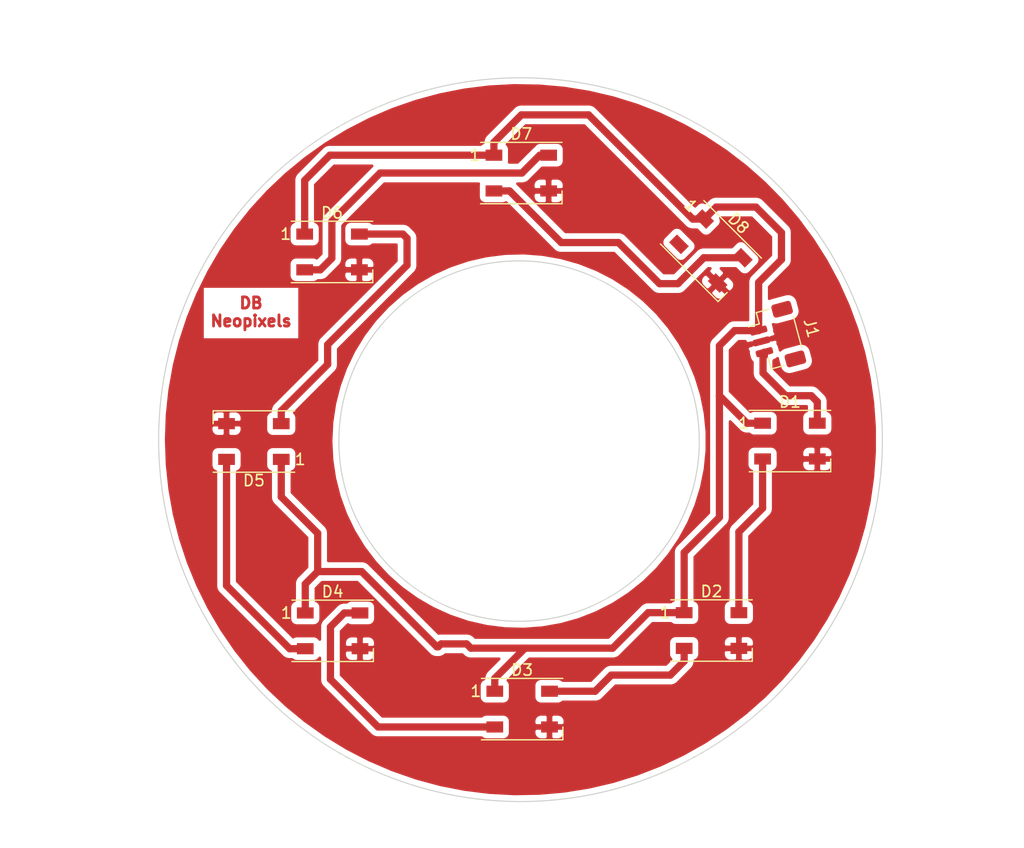
<source format=kicad_pcb>
(kicad_pcb (version 20171130) (host pcbnew "(5.1.5)-3")

  (general
    (thickness 1.6)
    (drawings 5)
    (tracks 85)
    (zones 0)
    (modules 9)
    (nets 12)
  )

  (page A4)
  (layers
    (0 F.Cu signal)
    (31 B.Cu signal)
    (32 B.Adhes user)
    (33 F.Adhes user)
    (34 B.Paste user)
    (35 F.Paste user)
    (36 B.SilkS user)
    (37 F.SilkS user)
    (38 B.Mask user)
    (39 F.Mask user)
    (40 Dwgs.User user)
    (41 Cmts.User user)
    (42 Eco1.User user)
    (43 Eco2.User user)
    (44 Edge.Cuts user)
    (45 Margin user)
    (46 B.CrtYd user)
    (47 F.CrtYd user)
    (48 B.Fab user)
    (49 F.Fab user)
  )

  (setup
    (last_trace_width 0.65)
    (trace_clearance 0.2)
    (zone_clearance 0.508)
    (zone_45_only no)
    (trace_min 0.2)
    (via_size 0.8)
    (via_drill 0.4)
    (via_min_size 0.4)
    (via_min_drill 0.3)
    (uvia_size 0.3)
    (uvia_drill 0.1)
    (uvias_allowed no)
    (uvia_min_size 0.2)
    (uvia_min_drill 0.1)
    (edge_width 0.1)
    (segment_width 0.2)
    (pcb_text_width 0.3)
    (pcb_text_size 1.5 1.5)
    (mod_edge_width 0.15)
    (mod_text_size 1 1)
    (mod_text_width 0.15)
    (pad_size 1.524 1.524)
    (pad_drill 0.762)
    (pad_to_mask_clearance 0)
    (aux_axis_origin 73.66 74.549)
    (grid_origin 73.787 74.422)
    (visible_elements FFFFFF7F)
    (pcbplotparams
      (layerselection 0x01028_ffffffff)
      (usegerberextensions false)
      (usegerberattributes false)
      (usegerberadvancedattributes false)
      (creategerberjobfile false)
      (excludeedgelayer true)
      (linewidth 0.100000)
      (plotframeref false)
      (viasonmask false)
      (mode 1)
      (useauxorigin true)
      (hpglpennumber 1)
      (hpglpenspeed 20)
      (hpglpendiameter 15.000000)
      (psnegative false)
      (psa4output false)
      (plotreference true)
      (plotvalue true)
      (plotinvisibletext false)
      (padsonsilk false)
      (subtractmaskfromsilk false)
      (outputformat 1)
      (mirror false)
      (drillshape 0)
      (scaleselection 1)
      (outputdirectory ""))
  )

  (net 0 "")
  (net 1 GND)
  (net 2 "Net-(D1-Pad4)")
  (net 3 "Net-(D1-Pad2)")
  (net 4 +5V)
  (net 5 "Net-(D2-Pad2)")
  (net 6 "Net-(D3-Pad2)")
  (net 7 "Net-(D4-Pad2)")
  (net 8 "Net-(D5-Pad2)")
  (net 9 "Net-(D6-Pad2)")
  (net 10 "Net-(D7-Pad2)")
  (net 11 "Net-(D8-Pad2)")

  (net_class Default "This is the default net class."
    (clearance 0.2)
    (trace_width 0.65)
    (via_dia 0.8)
    (via_drill 0.4)
    (uvia_dia 0.3)
    (uvia_drill 0.1)
    (add_net +5V)
    (add_net GND)
    (add_net "Net-(D1-Pad2)")
    (add_net "Net-(D1-Pad4)")
    (add_net "Net-(D2-Pad2)")
    (add_net "Net-(D3-Pad2)")
    (add_net "Net-(D4-Pad2)")
    (add_net "Net-(D5-Pad2)")
    (add_net "Net-(D6-Pad2)")
    (add_net "Net-(D7-Pad2)")
    (add_net "Net-(D8-Pad2)")
  )

  (module LED_SMD:LED_WS2812B_PLCC4_5.0x5.0mm_P3.2mm (layer F.Cu) (tedit 5AA4B285) (tstamp 5E5A9C4C)
    (at 97.914 74.549)
    (descr https://cdn-shop.adafruit.com/datasheets/WS2812B.pdf)
    (tags "LED RGB NeoPixel")
    (path /5E591C33)
    (attr smd)
    (fp_text reference D1 (at 0 -3.5) (layer F.SilkS)
      (effects (font (size 1 1) (thickness 0.15)))
    )
    (fp_text value WS2812B (at 0 4) (layer F.Fab)
      (effects (font (size 1 1) (thickness 0.15)))
    )
    (fp_text user 1 (at -4.15 -1.6) (layer F.SilkS)
      (effects (font (size 1 1) (thickness 0.15)))
    )
    (fp_text user %R (at 0 0) (layer F.Fab)
      (effects (font (size 0.8 0.8) (thickness 0.15)))
    )
    (fp_line (start 3.45 -2.75) (end -3.45 -2.75) (layer F.CrtYd) (width 0.05))
    (fp_line (start 3.45 2.75) (end 3.45 -2.75) (layer F.CrtYd) (width 0.05))
    (fp_line (start -3.45 2.75) (end 3.45 2.75) (layer F.CrtYd) (width 0.05))
    (fp_line (start -3.45 -2.75) (end -3.45 2.75) (layer F.CrtYd) (width 0.05))
    (fp_line (start 2.5 1.5) (end 1.5 2.5) (layer F.Fab) (width 0.1))
    (fp_line (start -2.5 -2.5) (end -2.5 2.5) (layer F.Fab) (width 0.1))
    (fp_line (start -2.5 2.5) (end 2.5 2.5) (layer F.Fab) (width 0.1))
    (fp_line (start 2.5 2.5) (end 2.5 -2.5) (layer F.Fab) (width 0.1))
    (fp_line (start 2.5 -2.5) (end -2.5 -2.5) (layer F.Fab) (width 0.1))
    (fp_line (start -3.65 -2.75) (end 3.65 -2.75) (layer F.SilkS) (width 0.12))
    (fp_line (start -3.65 2.75) (end 3.65 2.75) (layer F.SilkS) (width 0.12))
    (fp_line (start 3.65 2.75) (end 3.65 1.6) (layer F.SilkS) (width 0.12))
    (fp_circle (center 0 0) (end 0 -2) (layer F.Fab) (width 0.1))
    (pad 3 smd rect (at 2.45 1.6) (size 1.5 1) (layers F.Cu F.Paste F.Mask)
      (net 1 GND))
    (pad 4 smd rect (at 2.45 -1.6) (size 1.5 1) (layers F.Cu F.Paste F.Mask)
      (net 2 "Net-(D1-Pad4)"))
    (pad 2 smd rect (at -2.45 1.6) (size 1.5 1) (layers F.Cu F.Paste F.Mask)
      (net 3 "Net-(D1-Pad2)"))
    (pad 1 smd rect (at -2.45 -1.6) (size 1.5 1) (layers F.Cu F.Paste F.Mask)
      (net 4 +5V))
    (model ${KISYS3DMOD}/LED_SMD.3dshapes/LED_WS2812B_PLCC4_5.0x5.0mm_P3.2mm.wrl
      (at (xyz 0 0 0))
      (scale (xyz 1 1 1))
      (rotate (xyz 0 0 0))
    )
  )

  (module LED_SMD:LED_WS2812B_PLCC4_5.0x5.0mm_P3.2mm (layer F.Cu) (tedit 5AA4B285) (tstamp 5E5A9C63)
    (at 90.891318 91.512804)
    (descr https://cdn-shop.adafruit.com/datasheets/WS2812B.pdf)
    (tags "LED RGB NeoPixel")
    (path /5E5965BA)
    (attr smd)
    (fp_text reference D2 (at 0 -3.5) (layer F.SilkS)
      (effects (font (size 1 1) (thickness 0.15)))
    )
    (fp_text value WS2812B (at 0 4) (layer F.Fab)
      (effects (font (size 1 1) (thickness 0.15)))
    )
    (fp_circle (center 0 0) (end 0 -2) (layer F.Fab) (width 0.1))
    (fp_line (start 3.65 2.75) (end 3.65 1.6) (layer F.SilkS) (width 0.12))
    (fp_line (start -3.65 2.75) (end 3.65 2.75) (layer F.SilkS) (width 0.12))
    (fp_line (start -3.65 -2.75) (end 3.65 -2.75) (layer F.SilkS) (width 0.12))
    (fp_line (start 2.5 -2.5) (end -2.5 -2.5) (layer F.Fab) (width 0.1))
    (fp_line (start 2.5 2.5) (end 2.5 -2.5) (layer F.Fab) (width 0.1))
    (fp_line (start -2.5 2.5) (end 2.5 2.5) (layer F.Fab) (width 0.1))
    (fp_line (start -2.5 -2.5) (end -2.5 2.5) (layer F.Fab) (width 0.1))
    (fp_line (start 2.5 1.5) (end 1.5 2.5) (layer F.Fab) (width 0.1))
    (fp_line (start -3.45 -2.75) (end -3.45 2.75) (layer F.CrtYd) (width 0.05))
    (fp_line (start -3.45 2.75) (end 3.45 2.75) (layer F.CrtYd) (width 0.05))
    (fp_line (start 3.45 2.75) (end 3.45 -2.75) (layer F.CrtYd) (width 0.05))
    (fp_line (start 3.45 -2.75) (end -3.45 -2.75) (layer F.CrtYd) (width 0.05))
    (fp_text user %R (at 0 0) (layer F.Fab)
      (effects (font (size 0.8 0.8) (thickness 0.15)))
    )
    (fp_text user 1 (at -4.15 -1.6) (layer F.SilkS)
      (effects (font (size 1 1) (thickness 0.15)))
    )
    (pad 1 smd rect (at -2.45 -1.6) (size 1.5 1) (layers F.Cu F.Paste F.Mask)
      (net 4 +5V))
    (pad 2 smd rect (at -2.45 1.6) (size 1.5 1) (layers F.Cu F.Paste F.Mask)
      (net 5 "Net-(D2-Pad2)"))
    (pad 4 smd rect (at 2.45 -1.6) (size 1.5 1) (layers F.Cu F.Paste F.Mask)
      (net 3 "Net-(D1-Pad2)"))
    (pad 3 smd rect (at 2.45 1.6) (size 1.5 1) (layers F.Cu F.Paste F.Mask)
      (net 1 GND))
    (model ${KISYS3DMOD}/LED_SMD.3dshapes/LED_WS2812B_PLCC4_5.0x5.0mm_P3.2mm.wrl
      (at (xyz 0 0 0))
      (scale (xyz 1 1 1))
      (rotate (xyz 0 0 0))
    )
  )

  (module LED_SMD:LED_WS2812B_PLCC4_5.0x5.0mm_P3.2mm (layer F.Cu) (tedit 5AA4B285) (tstamp 5E5A9C7A)
    (at 73.933112 98.5489)
    (descr https://cdn-shop.adafruit.com/datasheets/WS2812B.pdf)
    (tags "LED RGB NeoPixel")
    (path /5E596BCC)
    (attr smd)
    (fp_text reference D3 (at 0 -3.5) (layer F.SilkS)
      (effects (font (size 1 1) (thickness 0.15)))
    )
    (fp_text value WS2812B (at 0 4) (layer F.Fab)
      (effects (font (size 1 1) (thickness 0.15)))
    )
    (fp_text user 1 (at -4.15 -1.6) (layer F.SilkS)
      (effects (font (size 1 1) (thickness 0.15)))
    )
    (fp_text user %R (at 0 0) (layer F.Fab)
      (effects (font (size 0.8 0.8) (thickness 0.15)))
    )
    (fp_line (start 3.45 -2.75) (end -3.45 -2.75) (layer F.CrtYd) (width 0.05))
    (fp_line (start 3.45 2.75) (end 3.45 -2.75) (layer F.CrtYd) (width 0.05))
    (fp_line (start -3.45 2.75) (end 3.45 2.75) (layer F.CrtYd) (width 0.05))
    (fp_line (start -3.45 -2.75) (end -3.45 2.75) (layer F.CrtYd) (width 0.05))
    (fp_line (start 2.5 1.5) (end 1.5 2.5) (layer F.Fab) (width 0.1))
    (fp_line (start -2.5 -2.5) (end -2.5 2.5) (layer F.Fab) (width 0.1))
    (fp_line (start -2.5 2.5) (end 2.5 2.5) (layer F.Fab) (width 0.1))
    (fp_line (start 2.5 2.5) (end 2.5 -2.5) (layer F.Fab) (width 0.1))
    (fp_line (start 2.5 -2.5) (end -2.5 -2.5) (layer F.Fab) (width 0.1))
    (fp_line (start -3.65 -2.75) (end 3.65 -2.75) (layer F.SilkS) (width 0.12))
    (fp_line (start -3.65 2.75) (end 3.65 2.75) (layer F.SilkS) (width 0.12))
    (fp_line (start 3.65 2.75) (end 3.65 1.6) (layer F.SilkS) (width 0.12))
    (fp_circle (center 0 0) (end 0 -2) (layer F.Fab) (width 0.1))
    (pad 3 smd rect (at 2.45 1.6) (size 1.5 1) (layers F.Cu F.Paste F.Mask)
      (net 1 GND))
    (pad 4 smd rect (at 2.45 -1.6) (size 1.5 1) (layers F.Cu F.Paste F.Mask)
      (net 5 "Net-(D2-Pad2)"))
    (pad 2 smd rect (at -2.45 1.6) (size 1.5 1) (layers F.Cu F.Paste F.Mask)
      (net 6 "Net-(D3-Pad2)"))
    (pad 1 smd rect (at -2.45 -1.6) (size 1.5 1) (layers F.Cu F.Paste F.Mask)
      (net 4 +5V))
    (model ${KISYS3DMOD}/LED_SMD.3dshapes/LED_WS2812B_PLCC4_5.0x5.0mm_P3.2mm.wrl
      (at (xyz 0 0 0))
      (scale (xyz 1 1 1))
      (rotate (xyz 0 0 0))
    )
  )

  (module LED_SMD:LED_WS2812B_PLCC4_5.0x5.0mm_P3.2mm (layer F.Cu) (tedit 5AA4B285) (tstamp 5E5A9C91)
    (at 56.963721 91.539822)
    (descr https://cdn-shop.adafruit.com/datasheets/WS2812B.pdf)
    (tags "LED RGB NeoPixel")
    (path /5E5971FB)
    (attr smd)
    (fp_text reference D4 (at 0 -3.5) (layer F.SilkS)
      (effects (font (size 1 1) (thickness 0.15)))
    )
    (fp_text value WS2812B (at 0 4) (layer F.Fab)
      (effects (font (size 1 1) (thickness 0.15)))
    )
    (fp_circle (center 0 0) (end 0 -2) (layer F.Fab) (width 0.1))
    (fp_line (start 3.65 2.75) (end 3.65 1.6) (layer F.SilkS) (width 0.12))
    (fp_line (start -3.65 2.75) (end 3.65 2.75) (layer F.SilkS) (width 0.12))
    (fp_line (start -3.65 -2.75) (end 3.65 -2.75) (layer F.SilkS) (width 0.12))
    (fp_line (start 2.5 -2.5) (end -2.5 -2.5) (layer F.Fab) (width 0.1))
    (fp_line (start 2.5 2.5) (end 2.5 -2.5) (layer F.Fab) (width 0.1))
    (fp_line (start -2.5 2.5) (end 2.5 2.5) (layer F.Fab) (width 0.1))
    (fp_line (start -2.5 -2.5) (end -2.5 2.5) (layer F.Fab) (width 0.1))
    (fp_line (start 2.5 1.5) (end 1.5 2.5) (layer F.Fab) (width 0.1))
    (fp_line (start -3.45 -2.75) (end -3.45 2.75) (layer F.CrtYd) (width 0.05))
    (fp_line (start -3.45 2.75) (end 3.45 2.75) (layer F.CrtYd) (width 0.05))
    (fp_line (start 3.45 2.75) (end 3.45 -2.75) (layer F.CrtYd) (width 0.05))
    (fp_line (start 3.45 -2.75) (end -3.45 -2.75) (layer F.CrtYd) (width 0.05))
    (fp_text user %R (at 0 0) (layer F.Fab)
      (effects (font (size 0.8 0.8) (thickness 0.15)))
    )
    (fp_text user 1 (at -4.15 -1.6) (layer F.SilkS)
      (effects (font (size 1 1) (thickness 0.15)))
    )
    (pad 1 smd rect (at -2.45 -1.6) (size 1.5 1) (layers F.Cu F.Paste F.Mask)
      (net 4 +5V))
    (pad 2 smd rect (at -2.45 1.6) (size 1.5 1) (layers F.Cu F.Paste F.Mask)
      (net 7 "Net-(D4-Pad2)"))
    (pad 4 smd rect (at 2.45 -1.6) (size 1.5 1) (layers F.Cu F.Paste F.Mask)
      (net 6 "Net-(D3-Pad2)"))
    (pad 3 smd rect (at 2.45 1.6) (size 1.5 1) (layers F.Cu F.Paste F.Mask)
      (net 1 GND))
    (model ${KISYS3DMOD}/LED_SMD.3dshapes/LED_WS2812B_PLCC4_5.0x5.0mm_P3.2mm.wrl
      (at (xyz 0 0 0))
      (scale (xyz 1 1 1))
      (rotate (xyz 0 0 0))
    )
  )

  (module LED_SMD:LED_WS2812B_PLCC4_5.0x5.0mm_P3.2mm (layer F.Cu) (tedit 5AA4B285) (tstamp 5E5A9CA8)
    (at 49.91403 74.587224 180)
    (descr https://cdn-shop.adafruit.com/datasheets/WS2812B.pdf)
    (tags "LED RGB NeoPixel")
    (path /5E5978FD)
    (attr smd)
    (fp_text reference D5 (at 0 -3.5) (layer F.SilkS)
      (effects (font (size 1 1) (thickness 0.15)))
    )
    (fp_text value WS2812B (at 0 4) (layer F.Fab)
      (effects (font (size 1 1) (thickness 0.15)))
    )
    (fp_text user 1 (at -4.15 -1.6) (layer F.SilkS)
      (effects (font (size 1 1) (thickness 0.15)))
    )
    (fp_text user %R (at 0 0) (layer F.Fab)
      (effects (font (size 0.8 0.8) (thickness 0.15)))
    )
    (fp_line (start 3.45 -2.75) (end -3.45 -2.75) (layer F.CrtYd) (width 0.05))
    (fp_line (start 3.45 2.75) (end 3.45 -2.75) (layer F.CrtYd) (width 0.05))
    (fp_line (start -3.45 2.75) (end 3.45 2.75) (layer F.CrtYd) (width 0.05))
    (fp_line (start -3.45 -2.75) (end -3.45 2.75) (layer F.CrtYd) (width 0.05))
    (fp_line (start 2.5 1.5) (end 1.5 2.5) (layer F.Fab) (width 0.1))
    (fp_line (start -2.5 -2.5) (end -2.5 2.5) (layer F.Fab) (width 0.1))
    (fp_line (start -2.5 2.5) (end 2.5 2.5) (layer F.Fab) (width 0.1))
    (fp_line (start 2.5 2.5) (end 2.5 -2.5) (layer F.Fab) (width 0.1))
    (fp_line (start 2.5 -2.5) (end -2.5 -2.5) (layer F.Fab) (width 0.1))
    (fp_line (start -3.65 -2.75) (end 3.65 -2.75) (layer F.SilkS) (width 0.12))
    (fp_line (start -3.65 2.75) (end 3.65 2.75) (layer F.SilkS) (width 0.12))
    (fp_line (start 3.65 2.75) (end 3.65 1.6) (layer F.SilkS) (width 0.12))
    (fp_circle (center 0 0) (end 0 -2) (layer F.Fab) (width 0.1))
    (pad 3 smd rect (at 2.45 1.6 180) (size 1.5 1) (layers F.Cu F.Paste F.Mask)
      (net 1 GND))
    (pad 4 smd rect (at 2.45 -1.6 180) (size 1.5 1) (layers F.Cu F.Paste F.Mask)
      (net 7 "Net-(D4-Pad2)"))
    (pad 2 smd rect (at -2.45 1.6 180) (size 1.5 1) (layers F.Cu F.Paste F.Mask)
      (net 8 "Net-(D5-Pad2)"))
    (pad 1 smd rect (at -2.45 -1.6 180) (size 1.5 1) (layers F.Cu F.Paste F.Mask)
      (net 4 +5V))
    (model ${KISYS3DMOD}/LED_SMD.3dshapes/LED_WS2812B_PLCC4_5.0x5.0mm_P3.2mm.wrl
      (at (xyz 0 0 0))
      (scale (xyz 1 1 1))
      (rotate (xyz 0 0 0))
    )
  )

  (module LED_SMD:LED_WS2812B_PLCC4_5.0x5.0mm_P3.2mm (layer F.Cu) (tedit 5AA4B285) (tstamp 5E5A9CBF)
    (at 56.909686 57.612256)
    (descr https://cdn-shop.adafruit.com/datasheets/WS2812B.pdf)
    (tags "LED RGB NeoPixel")
    (path /5E597C28)
    (attr smd)
    (fp_text reference D6 (at 0 -3.5) (layer F.SilkS)
      (effects (font (size 1 1) (thickness 0.15)))
    )
    (fp_text value WS2812B (at 0 4) (layer F.Fab)
      (effects (font (size 1 1) (thickness 0.15)))
    )
    (fp_circle (center 0 0) (end 0 -2) (layer F.Fab) (width 0.1))
    (fp_line (start 3.65 2.75) (end 3.65 1.6) (layer F.SilkS) (width 0.12))
    (fp_line (start -3.65 2.75) (end 3.65 2.75) (layer F.SilkS) (width 0.12))
    (fp_line (start -3.65 -2.75) (end 3.65 -2.75) (layer F.SilkS) (width 0.12))
    (fp_line (start 2.5 -2.5) (end -2.5 -2.5) (layer F.Fab) (width 0.1))
    (fp_line (start 2.5 2.5) (end 2.5 -2.5) (layer F.Fab) (width 0.1))
    (fp_line (start -2.5 2.5) (end 2.5 2.5) (layer F.Fab) (width 0.1))
    (fp_line (start -2.5 -2.5) (end -2.5 2.5) (layer F.Fab) (width 0.1))
    (fp_line (start 2.5 1.5) (end 1.5 2.5) (layer F.Fab) (width 0.1))
    (fp_line (start -3.45 -2.75) (end -3.45 2.75) (layer F.CrtYd) (width 0.05))
    (fp_line (start -3.45 2.75) (end 3.45 2.75) (layer F.CrtYd) (width 0.05))
    (fp_line (start 3.45 2.75) (end 3.45 -2.75) (layer F.CrtYd) (width 0.05))
    (fp_line (start 3.45 -2.75) (end -3.45 -2.75) (layer F.CrtYd) (width 0.05))
    (fp_text user %R (at 0 0) (layer F.Fab)
      (effects (font (size 0.8 0.8) (thickness 0.15)))
    )
    (fp_text user 1 (at -4.15 -1.6) (layer F.SilkS)
      (effects (font (size 1 1) (thickness 0.15)))
    )
    (pad 1 smd rect (at -2.45 -1.6) (size 1.5 1) (layers F.Cu F.Paste F.Mask)
      (net 4 +5V))
    (pad 2 smd rect (at -2.45 1.6) (size 1.5 1) (layers F.Cu F.Paste F.Mask)
      (net 9 "Net-(D6-Pad2)"))
    (pad 4 smd rect (at 2.45 -1.6) (size 1.5 1) (layers F.Cu F.Paste F.Mask)
      (net 8 "Net-(D5-Pad2)"))
    (pad 3 smd rect (at 2.45 1.6) (size 1.5 1) (layers F.Cu F.Paste F.Mask)
      (net 1 GND))
    (model ${KISYS3DMOD}/LED_SMD.3dshapes/LED_WS2812B_PLCC4_5.0x5.0mm_P3.2mm.wrl
      (at (xyz 0 0 0))
      (scale (xyz 1 1 1))
      (rotate (xyz 0 0 0))
    )
  )

  (module LED_SMD:LED_WS2812B_PLCC4_5.0x5.0mm_P3.2mm (layer F.Cu) (tedit 5AA4B285) (tstamp 5E5A9CD6)
    (at 73.856665 50.549068)
    (descr https://cdn-shop.adafruit.com/datasheets/WS2812B.pdf)
    (tags "LED RGB NeoPixel")
    (path /5E59830B)
    (attr smd)
    (fp_text reference D7 (at 0 -3.5) (layer F.SilkS)
      (effects (font (size 1 1) (thickness 0.15)))
    )
    (fp_text value WS2812B (at 0 4) (layer F.Fab)
      (effects (font (size 1 1) (thickness 0.15)))
    )
    (fp_text user 1 (at -4.15 -1.6) (layer F.SilkS)
      (effects (font (size 1 1) (thickness 0.15)))
    )
    (fp_text user %R (at 0 0) (layer F.Fab)
      (effects (font (size 0.8 0.8) (thickness 0.15)))
    )
    (fp_line (start 3.45 -2.75) (end -3.45 -2.75) (layer F.CrtYd) (width 0.05))
    (fp_line (start 3.45 2.75) (end 3.45 -2.75) (layer F.CrtYd) (width 0.05))
    (fp_line (start -3.45 2.75) (end 3.45 2.75) (layer F.CrtYd) (width 0.05))
    (fp_line (start -3.45 -2.75) (end -3.45 2.75) (layer F.CrtYd) (width 0.05))
    (fp_line (start 2.5 1.5) (end 1.5 2.5) (layer F.Fab) (width 0.1))
    (fp_line (start -2.5 -2.5) (end -2.5 2.5) (layer F.Fab) (width 0.1))
    (fp_line (start -2.5 2.5) (end 2.5 2.5) (layer F.Fab) (width 0.1))
    (fp_line (start 2.5 2.5) (end 2.5 -2.5) (layer F.Fab) (width 0.1))
    (fp_line (start 2.5 -2.5) (end -2.5 -2.5) (layer F.Fab) (width 0.1))
    (fp_line (start -3.65 -2.75) (end 3.65 -2.75) (layer F.SilkS) (width 0.12))
    (fp_line (start -3.65 2.75) (end 3.65 2.75) (layer F.SilkS) (width 0.12))
    (fp_line (start 3.65 2.75) (end 3.65 1.6) (layer F.SilkS) (width 0.12))
    (fp_circle (center 0 0) (end 0 -2) (layer F.Fab) (width 0.1))
    (pad 3 smd rect (at 2.45 1.6) (size 1.5 1) (layers F.Cu F.Paste F.Mask)
      (net 1 GND))
    (pad 4 smd rect (at 2.45 -1.6) (size 1.5 1) (layers F.Cu F.Paste F.Mask)
      (net 9 "Net-(D6-Pad2)"))
    (pad 2 smd rect (at -2.45 1.6) (size 1.5 1) (layers F.Cu F.Paste F.Mask)
      (net 10 "Net-(D7-Pad2)"))
    (pad 1 smd rect (at -2.45 -1.6) (size 1.5 1) (layers F.Cu F.Paste F.Mask)
      (net 4 +5V))
    (model ${KISYS3DMOD}/LED_SMD.3dshapes/LED_WS2812B_PLCC4_5.0x5.0mm_P3.2mm.wrl
      (at (xyz 0 0 0))
      (scale (xyz 1 1 1))
      (rotate (xyz 0 0 0))
    )
  )

  (module LED_SMD:LED_WS2812B_PLCC4_5.0x5.0mm_P3.2mm (layer F.Cu) (tedit 5AA4B285) (tstamp 5E5A9CED)
    (at 90.837198 57.531204 315)
    (descr https://cdn-shop.adafruit.com/datasheets/WS2812B.pdf)
    (tags "LED RGB NeoPixel")
    (path /5E5984E1)
    (attr smd)
    (fp_text reference D8 (at 0 -3.5 135) (layer F.SilkS)
      (effects (font (size 1 1) (thickness 0.15)))
    )
    (fp_text value WS2812B (at 0 4 135) (layer F.Fab)
      (effects (font (size 1 1) (thickness 0.15)))
    )
    (fp_circle (center 0 0) (end 0 -2) (layer F.Fab) (width 0.1))
    (fp_line (start 3.65 2.75) (end 3.65 1.6) (layer F.SilkS) (width 0.12))
    (fp_line (start -3.65 2.75) (end 3.65 2.75) (layer F.SilkS) (width 0.12))
    (fp_line (start -3.65 -2.75) (end 3.65 -2.75) (layer F.SilkS) (width 0.12))
    (fp_line (start 2.5 -2.5) (end -2.5 -2.5) (layer F.Fab) (width 0.1))
    (fp_line (start 2.5 2.5) (end 2.5 -2.5) (layer F.Fab) (width 0.1))
    (fp_line (start -2.5 2.5) (end 2.5 2.5) (layer F.Fab) (width 0.1))
    (fp_line (start -2.5 -2.5) (end -2.5 2.5) (layer F.Fab) (width 0.1))
    (fp_line (start 2.5 1.5) (end 1.5 2.5) (layer F.Fab) (width 0.1))
    (fp_line (start -3.45 -2.75) (end -3.45 2.75) (layer F.CrtYd) (width 0.05))
    (fp_line (start -3.45 2.75) (end 3.45 2.75) (layer F.CrtYd) (width 0.05))
    (fp_line (start 3.45 2.75) (end 3.45 -2.75) (layer F.CrtYd) (width 0.05))
    (fp_line (start 3.45 -2.75) (end -3.45 -2.75) (layer F.CrtYd) (width 0.05))
    (fp_text user %R (at 0 0 135) (layer F.Fab)
      (effects (font (size 0.8 0.8) (thickness 0.15)))
    )
    (fp_text user 1 (at -4.15 -1.6 135) (layer F.SilkS)
      (effects (font (size 1 1) (thickness 0.15)))
    )
    (pad 1 smd rect (at -2.45 -1.6 315) (size 1.5 1) (layers F.Cu F.Paste F.Mask)
      (net 4 +5V))
    (pad 2 smd rect (at -2.45 1.6 315) (size 1.5 1) (layers F.Cu F.Paste F.Mask)
      (net 11 "Net-(D8-Pad2)"))
    (pad 4 smd rect (at 2.45 -1.6 315) (size 1.5 1) (layers F.Cu F.Paste F.Mask)
      (net 10 "Net-(D7-Pad2)"))
    (pad 3 smd rect (at 2.45 1.6 315) (size 1.5 1) (layers F.Cu F.Paste F.Mask)
      (net 1 GND))
    (model ${KISYS3DMOD}/LED_SMD.3dshapes/LED_WS2812B_PLCC4_5.0x5.0mm_P3.2mm.wrl
      (at (xyz 0 0 0))
      (scale (xyz 1 1 1))
      (rotate (xyz 0 0 0))
    )
  )

  (module Connector_JST:JST_SH_BM03B-SRSS-TB_1x03-1MP_P1.00mm_Vertical (layer F.Cu) (tedit 5B78AD87) (tstamp 5E5AA188)
    (at 96.647 65.278 285)
    (descr "JST SH series connector, BM03B-SRSS-TB (http://www.jst-mfg.com/product/pdf/eng/eSH.pdf), generated with kicad-footprint-generator")
    (tags "connector JST SH side entry")
    (path /5E5932DC)
    (attr smd)
    (fp_text reference J1 (at 0 -3.3 105) (layer F.SilkS)
      (effects (font (size 1 1) (thickness 0.15)))
    )
    (fp_text value Conn_01x03_Female (at 0 3.3 105) (layer F.Fab)
      (effects (font (size 1 1) (thickness 0.15)))
    )
    (fp_line (start -2.5 1) (end 2.5 1) (layer F.Fab) (width 0.1))
    (fp_line (start -2.61 -0.04) (end -2.61 1.11) (layer F.SilkS) (width 0.12))
    (fp_line (start -2.61 1.11) (end -1.56 1.11) (layer F.SilkS) (width 0.12))
    (fp_line (start -1.56 1.11) (end -1.56 2.1) (layer F.SilkS) (width 0.12))
    (fp_line (start 2.61 -0.04) (end 2.61 1.11) (layer F.SilkS) (width 0.12))
    (fp_line (start 2.61 1.11) (end 1.56 1.11) (layer F.SilkS) (width 0.12))
    (fp_line (start -1.44 -2.01) (end 1.44 -2.01) (layer F.SilkS) (width 0.12))
    (fp_line (start -2.5 -1.9) (end 2.5 -1.9) (layer F.Fab) (width 0.1))
    (fp_line (start -2.5 1) (end -2.5 -1.9) (layer F.Fab) (width 0.1))
    (fp_line (start 2.5 1) (end 2.5 -1.9) (layer F.Fab) (width 0.1))
    (fp_line (start -1.15 -1.55) (end -1.15 -0.95) (layer F.Fab) (width 0.1))
    (fp_line (start -1.15 -0.95) (end -0.85 -0.95) (layer F.Fab) (width 0.1))
    (fp_line (start -0.85 -0.95) (end -0.85 -1.55) (layer F.Fab) (width 0.1))
    (fp_line (start -0.85 -1.55) (end -1.15 -1.55) (layer F.Fab) (width 0.1))
    (fp_line (start -0.15 -1.55) (end -0.15 -0.95) (layer F.Fab) (width 0.1))
    (fp_line (start -0.15 -0.95) (end 0.15 -0.95) (layer F.Fab) (width 0.1))
    (fp_line (start 0.15 -0.95) (end 0.15 -1.55) (layer F.Fab) (width 0.1))
    (fp_line (start 0.15 -1.55) (end -0.15 -1.55) (layer F.Fab) (width 0.1))
    (fp_line (start 0.85 -1.55) (end 0.85 -0.95) (layer F.Fab) (width 0.1))
    (fp_line (start 0.85 -0.95) (end 1.15 -0.95) (layer F.Fab) (width 0.1))
    (fp_line (start 1.15 -0.95) (end 1.15 -1.55) (layer F.Fab) (width 0.1))
    (fp_line (start 1.15 -1.55) (end 0.85 -1.55) (layer F.Fab) (width 0.1))
    (fp_line (start -3.4 -2.6) (end -3.4 2.6) (layer F.CrtYd) (width 0.05))
    (fp_line (start -3.4 2.6) (end 3.4 2.6) (layer F.CrtYd) (width 0.05))
    (fp_line (start 3.4 2.6) (end 3.4 -2.6) (layer F.CrtYd) (width 0.05))
    (fp_line (start 3.4 -2.6) (end -3.4 -2.6) (layer F.CrtYd) (width 0.05))
    (fp_line (start -1.5 1) (end -1 0.292893) (layer F.Fab) (width 0.1))
    (fp_line (start -1 0.292893) (end -0.5 1) (layer F.Fab) (width 0.1))
    (fp_text user %R (at 0 -0.25 105) (layer F.Fab)
      (effects (font (size 1 1) (thickness 0.15)))
    )
    (pad 1 smd roundrect (at -1 1.325 285) (size 0.6 1.55) (layers F.Cu F.Paste F.Mask) (roundrect_rratio 0.25)
      (net 4 +5V))
    (pad 2 smd roundrect (at 0 1.325 285) (size 0.6 1.55) (layers F.Cu F.Paste F.Mask) (roundrect_rratio 0.25)
      (net 1 GND))
    (pad 3 smd roundrect (at 1 1.325 285) (size 0.6 1.55) (layers F.Cu F.Paste F.Mask) (roundrect_rratio 0.25)
      (net 2 "Net-(D1-Pad4)"))
    (pad MP smd roundrect (at -2.3 -1.2 285) (size 1.2 1.8) (layers F.Cu F.Paste F.Mask) (roundrect_rratio 0.208333))
    (pad MP smd roundrect (at 2.3 -1.2 285) (size 1.2 1.8) (layers F.Cu F.Paste F.Mask) (roundrect_rratio 0.208333))
    (model ${KISYS3DMOD}/Connector_JST.3dshapes/JST_SH_BM03B-SRSS-TB_1x03-1MP_P1.00mm_Vertical.wrl
      (at (xyz 0 0 0))
      (scale (xyz 1 1 1))
      (rotate (xyz 0 0 0))
    )
  )

  (gr_text "DB\nNeopixels" (at 49.657 62.992) (layer F.Cu)
    (effects (font (size 1 1) (thickness 0.25)))
  )
  (gr_circle (center 73.787 74.422) (end 106.172 75.565) (layer Edge.Cuts) (width 0.1))
  (gr_circle (center 73.66 74.549) (end 89.789 75.057) (layer Edge.Cuts) (width 0.1))
  (gr_line (start 44.45 74.549) (end 103.124 74.422) (layer Dwgs.User) (width 0.15))
  (gr_line (start 73.787 45.974) (end 73.66 105.156) (layer Dwgs.User) (width 0.15))

  (segment (start 95.625967 66.897444) (end 95.504 67.019411) (width 0.65) (layer F.Cu) (net 2))
  (segment (start 95.625967 66.586861) (end 95.625967 66.897444) (width 0.65) (layer F.Cu) (net 2))
  (segment (start 95.504 67.019411) (end 95.504 68.453) (width 0.65) (layer F.Cu) (net 2))
  (segment (start 95.504 68.453) (end 97.536 70.485) (width 0.65) (layer F.Cu) (net 2))
  (segment (start 97.536 70.485) (end 99.822 70.485) (width 0.65) (layer F.Cu) (net 2))
  (segment (start 100.364 71.027) (end 100.364 72.949) (width 0.65) (layer F.Cu) (net 2))
  (segment (start 99.822 70.485) (end 100.364 71.027) (width 0.65) (layer F.Cu) (net 2))
  (segment (start 95.464 76.149) (end 95.464 80.558) (width 0.65) (layer F.Cu) (net 3))
  (segment (start 93.341318 82.680682) (end 93.341318 89.912804) (width 0.65) (layer F.Cu) (net 3))
  (segment (start 95.464 80.558) (end 93.341318 82.680682) (width 0.65) (layer F.Cu) (net 3))
  (segment (start 94.064 72.949) (end 91.6 70.485) (width 0.65) (layer F.Cu) (net 4))
  (segment (start 95.464 72.949) (end 94.064 72.949) (width 0.65) (layer F.Cu) (net 4))
  (segment (start 91.6 70.485) (end 91.6 66.007) (width 0.65) (layer F.Cu) (net 4))
  (segment (start 92.951991 64.655009) (end 95.108329 64.655009) (width 0.65) (layer F.Cu) (net 4))
  (segment (start 91.6 66.007) (end 92.951991 64.655009) (width 0.65) (layer F.Cu) (net 4))
  (segment (start 91.6 70.485) (end 91.6 81.374) (width 0.65) (layer F.Cu) (net 4))
  (segment (start 88.441318 84.532682) (end 88.441318 89.912804) (width 0.65) (layer F.Cu) (net 4))
  (segment (start 91.6 81.374) (end 88.441318 84.532682) (width 0.65) (layer F.Cu) (net 4))
  (segment (start 88.441318 89.912804) (end 85.220196 89.912804) (width 0.65) (layer F.Cu) (net 4))
  (segment (start 85.220196 89.912804) (end 82.042 93.091) (width 0.65) (layer F.Cu) (net 4))
  (segment (start 71.483112 95.7989) (end 71.483112 96.9489) (width 0.65) (layer F.Cu) (net 4))
  (segment (start 74.191012 93.091) (end 71.483112 95.7989) (width 0.65) (layer F.Cu) (net 4))
  (segment (start 82.042 93.091) (end 74.191012 93.091) (width 0.65) (layer F.Cu) (net 4))
  (segment (start 54.513721 87.345279) (end 54.513721 89.939822) (width 0.65) (layer F.Cu) (net 4))
  (segment (start 55.626 86.233) (end 54.513721 87.345279) (width 0.65) (layer F.Cu) (net 4))
  (segment (start 55.626 86.233) (end 55.626 82.804) (width 0.65) (layer F.Cu) (net 4))
  (segment (start 52.36403 79.54203) (end 52.36403 76.187224) (width 0.65) (layer F.Cu) (net 4))
  (segment (start 55.626 82.804) (end 52.36403 79.54203) (width 0.65) (layer F.Cu) (net 4))
  (segment (start 54.459686 56.012256) (end 54.459686 51.204314) (width 0.65) (layer F.Cu) (net 4))
  (segment (start 56.714932 48.949068) (end 71.406665 48.949068) (width 0.65) (layer F.Cu) (net 4))
  (segment (start 54.459686 51.204314) (end 56.714932 48.949068) (width 0.65) (layer F.Cu) (net 4))
  (segment (start 79.883 45.339) (end 89.211422 54.667422) (width 0.65) (layer F.Cu) (net 4))
  (segment (start 89.211422 54.667422) (end 90.236157 54.667422) (width 0.65) (layer F.Cu) (net 4))
  (segment (start 73.866733 45.339) (end 79.883 45.339) (width 0.65) (layer F.Cu) (net 4))
  (segment (start 71.406665 48.949068) (end 71.406665 47.799068) (width 0.65) (layer F.Cu) (net 4))
  (segment (start 71.406665 47.799068) (end 73.866733 45.339) (width 0.65) (layer F.Cu) (net 4))
  (segment (start 90.58971 54.313869) (end 90.593131 54.313869) (width 0.65) (layer F.Cu) (net 4))
  (segment (start 90.236157 54.667422) (end 90.58971 54.313869) (width 0.65) (layer F.Cu) (net 4))
  (segment (start 90.593131 54.313869) (end 91.313 53.594) (width 0.65) (layer F.Cu) (net 4))
  (segment (start 91.313 53.594) (end 94.869 53.594) (width 0.65) (layer F.Cu) (net 4))
  (segment (start 94.869 53.594) (end 97.155 55.88) (width 0.65) (layer F.Cu) (net 4))
  (segment (start 97.155 55.88) (end 97.155 58.293) (width 0.65) (layer F.Cu) (net 4))
  (segment (start 95.108329 60.339671) (end 95.108329 64.655009) (width 0.65) (layer F.Cu) (net 4))
  (segment (start 97.155 58.293) (end 95.108329 60.339671) (width 0.65) (layer F.Cu) (net 4))
  (segment (start 59.563 86.233) (end 55.626 86.233) (width 0.65) (layer F.Cu) (net 4))
  (segment (start 66.294 92.964) (end 59.563 86.233) (width 0.65) (layer F.Cu) (net 4))
  (segment (start 69.342 93.091) (end 68.961 92.71) (width 0.65) (layer F.Cu) (net 4))
  (segment (start 74.191012 93.091) (end 69.342 93.091) (width 0.65) (layer F.Cu) (net 4))
  (segment (start 66.421 92.964) (end 66.294 92.964) (width 0.65) (layer F.Cu) (net 4))
  (segment (start 68.961 92.71) (end 66.675 92.71) (width 0.65) (layer F.Cu) (net 4))
  (segment (start 66.675 92.71) (end 66.421 92.964) (width 0.65) (layer F.Cu) (net 4))
  (segment (start 88.441318 94.262804) (end 87.200122 95.504) (width 0.65) (layer F.Cu) (net 5))
  (segment (start 88.441318 93.112804) (end 88.441318 94.262804) (width 0.65) (layer F.Cu) (net 5))
  (segment (start 87.200122 95.504) (end 81.915 95.504) (width 0.65) (layer F.Cu) (net 5))
  (segment (start 80.4701 96.9489) (end 76.383112 96.9489) (width 0.65) (layer F.Cu) (net 5))
  (segment (start 81.915 95.504) (end 80.4701 96.9489) (width 0.65) (layer F.Cu) (net 5))
  (segment (start 71.483112 100.1489) (end 61.0329 100.1489) (width 0.65) (layer F.Cu) (net 6))
  (segment (start 61.0329 100.1489) (end 56.769 95.885) (width 0.65) (layer F.Cu) (net 6))
  (segment (start 58.013721 89.939822) (end 59.413721 89.939822) (width 0.65) (layer F.Cu) (net 6))
  (segment (start 56.769 91.184543) (end 58.013721 89.939822) (width 0.65) (layer F.Cu) (net 6))
  (segment (start 56.769 95.885) (end 56.769 91.184543) (width 0.65) (layer F.Cu) (net 6))
  (segment (start 47.46403 87.490131) (end 47.46403 76.187224) (width 0.65) (layer F.Cu) (net 7))
  (segment (start 54.513721 93.139822) (end 53.113721 93.139822) (width 0.65) (layer F.Cu) (net 7))
  (segment (start 53.113721 93.139822) (end 47.46403 87.490131) (width 0.65) (layer F.Cu) (net 7))
  (segment (start 52.36403 71.837224) (end 56.515 67.686254) (width 0.65) (layer F.Cu) (net 8))
  (segment (start 52.36403 72.987224) (end 52.36403 71.837224) (width 0.65) (layer F.Cu) (net 8))
  (segment (start 56.515 67.686254) (end 56.515 65.913) (width 0.65) (layer F.Cu) (net 8))
  (segment (start 56.515 65.913) (end 63.627 58.801) (width 0.65) (layer F.Cu) (net 8))
  (segment (start 63.627 58.801) (end 63.627 56.388) (width 0.65) (layer F.Cu) (net 8))
  (segment (start 63.251256 56.012256) (end 59.359686 56.012256) (width 0.65) (layer F.Cu) (net 8))
  (segment (start 63.627 56.388) (end 63.251256 56.012256) (width 0.65) (layer F.Cu) (net 8))
  (segment (start 75.510932 48.949068) (end 76.306665 48.949068) (width 0.65) (layer F.Cu) (net 9))
  (segment (start 73.914 50.546) (end 75.510932 48.949068) (width 0.65) (layer F.Cu) (net 9))
  (segment (start 55.859686 59.212256) (end 56.896 58.175942) (width 0.65) (layer F.Cu) (net 9))
  (segment (start 61.214 50.546) (end 73.914 50.546) (width 0.65) (layer F.Cu) (net 9))
  (segment (start 54.459686 59.212256) (end 55.859686 59.212256) (width 0.65) (layer F.Cu) (net 9))
  (segment (start 56.896 58.175942) (end 56.896 54.864) (width 0.65) (layer F.Cu) (net 9))
  (segment (start 56.896 54.864) (end 61.214 50.546) (width 0.65) (layer F.Cu) (net 9))
  (segment (start 72.806665 52.149068) (end 77.426597 56.769) (width 0.65) (layer F.Cu) (net 10))
  (segment (start 71.406665 52.149068) (end 72.806665 52.149068) (width 0.65) (layer F.Cu) (net 10))
  (segment (start 77.426597 56.769) (end 82.55 56.769) (width 0.65) (layer F.Cu) (net 10))
  (segment (start 82.55 56.769) (end 86.233 60.452) (width 0.65) (layer F.Cu) (net 10))
  (segment (start 86.233 60.452) (end 87.884 60.452) (width 0.65) (layer F.Cu) (net 10))
  (segment (start 90.203755 58.132245) (end 93.70098 58.132245) (width 0.65) (layer F.Cu) (net 10))
  (segment (start 87.884 60.452) (end 90.203755 58.132245) (width 0.65) (layer F.Cu) (net 10))

  (zone (net 1) (net_name GND) (layer F.Cu) (tstamp 5E5AA5E8) (hatch edge 0.508)
    (connect_pads (clearance 0.508))
    (min_thickness 0.254)
    (fill yes (arc_segments 32) (thermal_gap 0.508) (thermal_bridge_width 0.508))
    (polygon
      (pts
        (xy 118.872 110.998) (xy 27.305 110.236) (xy 27.178 35.052) (xy 27.305 35.179) (xy 118.364 35.052)
      )
    )
    (filled_polygon
      (pts
        (xy 75.465741 42.74629) (xy 77.695931 42.94361) (xy 79.906646 43.297753) (xy 82.086875 43.806957) (xy 84.225753 44.468682)
        (xy 86.312626 45.279634) (xy 88.337097 46.235772) (xy 90.289081 47.332332) (xy 92.158851 48.563851) (xy 93.937094 49.924194)
        (xy 95.614951 51.406584) (xy 97.184061 53.003636) (xy 98.636609 54.707393) (xy 99.965357 56.509367) (xy 101.163686 58.400581)
        (xy 102.225626 60.371613) (xy 103.145885 62.412643) (xy 103.919881 64.513503) (xy 104.543755 66.663727) (xy 105.014402 68.852602)
        (xy 105.329474 71.069224) (xy 105.487404 73.302549) (xy 105.487404 75.541451) (xy 105.329474 77.774776) (xy 105.014402 79.991398)
        (xy 104.543755 82.180273) (xy 103.919881 84.330497) (xy 103.145885 86.431357) (xy 102.225626 88.472387) (xy 101.163686 90.443419)
        (xy 99.965357 92.334633) (xy 98.636609 94.136607) (xy 97.184061 95.840364) (xy 95.614951 97.437416) (xy 93.937094 98.919806)
        (xy 92.158851 100.280149) (xy 90.289081 101.511668) (xy 88.337097 102.608228) (xy 86.312626 103.564366) (xy 84.225753 104.375318)
        (xy 82.086875 105.037043) (xy 79.906646 105.546247) (xy 77.695931 105.90039) (xy 75.465741 106.09771) (xy 73.227187 106.137224)
        (xy 70.991423 106.018733) (xy 68.769586 105.742829) (xy 66.572745 105.310887) (xy 64.411846 104.725057) (xy 62.297653 103.98826)
        (xy 60.2407 103.104164) (xy 58.251233 102.077176) (xy 56.339165 100.912411) (xy 54.514021 99.615672) (xy 52.784894 98.193419)
        (xy 51.160399 96.652738) (xy 49.648628 95.001305) (xy 48.257113 93.247347) (xy 46.992787 91.399602) (xy 45.861949 89.467275)
        (xy 44.870231 87.459994) (xy 44.022576 85.387758) (xy 43.323205 83.260891) (xy 42.775603 81.089989) (xy 42.382499 78.885868)
        (xy 42.14585 76.659507) (xy 42.111516 75.687224) (xy 46.075958 75.687224) (xy 46.075958 76.687224) (xy 46.088218 76.811706)
        (xy 46.124528 76.931404) (xy 46.183493 77.041718) (xy 46.262845 77.138409) (xy 46.359536 77.217761) (xy 46.46985 77.276726)
        (xy 46.504031 77.287095) (xy 46.50403 87.442979) (xy 46.499386 87.490131) (xy 46.50403 87.537283) (xy 46.50403 87.537292)
        (xy 46.51792 87.678323) (xy 46.572814 87.859284) (xy 46.661957 88.026059) (xy 46.781923 88.172238) (xy 46.818561 88.202306)
        (xy 52.40155 93.785296) (xy 52.431614 93.821929) (xy 52.468247 93.851993) (xy 52.539062 93.910109) (xy 52.577793 93.941895)
        (xy 52.744567 94.031038) (xy 52.925528 94.085932) (xy 53.066559 94.099822) (xy 53.066561 94.099822) (xy 53.113721 94.104467)
        (xy 53.160881 94.099822) (xy 53.323277 94.099822) (xy 53.409227 94.170359) (xy 53.519541 94.229324) (xy 53.639239 94.265634)
        (xy 53.763721 94.277894) (xy 55.263721 94.277894) (xy 55.388203 94.265634) (xy 55.507901 94.229324) (xy 55.618215 94.170359)
        (xy 55.714906 94.091007) (xy 55.794258 93.994316) (xy 55.809 93.966735) (xy 55.809 95.837848) (xy 55.804356 95.885)
        (xy 55.809 95.932152) (xy 55.809 95.932161) (xy 55.82289 96.073192) (xy 55.877784 96.254153) (xy 55.966927 96.420928)
        (xy 56.086893 96.567107) (xy 56.123531 96.597175) (xy 60.320729 100.794374) (xy 60.350793 100.831007) (xy 60.387425 100.86107)
        (xy 60.496971 100.950973) (xy 60.595044 101.003394) (xy 60.663746 101.040116) (xy 60.844707 101.09501) (xy 60.985738 101.1089)
        (xy 60.985747 101.1089) (xy 61.032899 101.113544) (xy 61.080051 101.1089) (xy 70.292668 101.1089) (xy 70.378618 101.179437)
        (xy 70.488932 101.238402) (xy 70.60863 101.274712) (xy 70.733112 101.286972) (xy 72.233112 101.286972) (xy 72.357594 101.274712)
        (xy 72.477292 101.238402) (xy 72.587606 101.179437) (xy 72.684297 101.100085) (xy 72.763649 101.003394) (xy 72.822614 100.89308)
        (xy 72.858924 100.773382) (xy 72.871184 100.6489) (xy 74.99504 100.6489) (xy 75.0073 100.773382) (xy 75.04361 100.89308)
        (xy 75.102575 101.003394) (xy 75.181927 101.100085) (xy 75.278618 101.179437) (xy 75.388932 101.238402) (xy 75.50863 101.274712)
        (xy 75.633112 101.286972) (xy 76.097362 101.2839) (xy 76.256112 101.12515) (xy 76.256112 100.2759) (xy 76.510112 100.2759)
        (xy 76.510112 101.12515) (xy 76.668862 101.2839) (xy 77.133112 101.286972) (xy 77.257594 101.274712) (xy 77.377292 101.238402)
        (xy 77.487606 101.179437) (xy 77.584297 101.100085) (xy 77.663649 101.003394) (xy 77.722614 100.89308) (xy 77.758924 100.773382)
        (xy 77.771184 100.6489) (xy 77.768112 100.43465) (xy 77.609362 100.2759) (xy 76.510112 100.2759) (xy 76.256112 100.2759)
        (xy 75.156862 100.2759) (xy 74.998112 100.43465) (xy 74.99504 100.6489) (xy 72.871184 100.6489) (xy 72.871184 99.6489)
        (xy 74.99504 99.6489) (xy 74.998112 99.86315) (xy 75.156862 100.0219) (xy 76.256112 100.0219) (xy 76.256112 99.17265)
        (xy 76.510112 99.17265) (xy 76.510112 100.0219) (xy 77.609362 100.0219) (xy 77.768112 99.86315) (xy 77.771184 99.6489)
        (xy 77.758924 99.524418) (xy 77.722614 99.40472) (xy 77.663649 99.294406) (xy 77.584297 99.197715) (xy 77.487606 99.118363)
        (xy 77.377292 99.059398) (xy 77.257594 99.023088) (xy 77.133112 99.010828) (xy 76.668862 99.0139) (xy 76.510112 99.17265)
        (xy 76.256112 99.17265) (xy 76.097362 99.0139) (xy 75.633112 99.010828) (xy 75.50863 99.023088) (xy 75.388932 99.059398)
        (xy 75.278618 99.118363) (xy 75.181927 99.197715) (xy 75.102575 99.294406) (xy 75.04361 99.40472) (xy 75.0073 99.524418)
        (xy 74.99504 99.6489) (xy 72.871184 99.6489) (xy 72.858924 99.524418) (xy 72.822614 99.40472) (xy 72.763649 99.294406)
        (xy 72.684297 99.197715) (xy 72.587606 99.118363) (xy 72.477292 99.059398) (xy 72.357594 99.023088) (xy 72.233112 99.010828)
        (xy 70.733112 99.010828) (xy 70.60863 99.023088) (xy 70.488932 99.059398) (xy 70.378618 99.118363) (xy 70.292668 99.1889)
        (xy 61.430545 99.1889) (xy 57.729 95.487356) (xy 57.729 93.639822) (xy 58.025649 93.639822) (xy 58.037909 93.764304)
        (xy 58.074219 93.884002) (xy 58.133184 93.994316) (xy 58.212536 94.091007) (xy 58.309227 94.170359) (xy 58.419541 94.229324)
        (xy 58.539239 94.265634) (xy 58.663721 94.277894) (xy 59.127971 94.274822) (xy 59.286721 94.116072) (xy 59.286721 93.266822)
        (xy 59.540721 93.266822) (xy 59.540721 94.116072) (xy 59.699471 94.274822) (xy 60.163721 94.277894) (xy 60.288203 94.265634)
        (xy 60.407901 94.229324) (xy 60.518215 94.170359) (xy 60.614906 94.091007) (xy 60.694258 93.994316) (xy 60.753223 93.884002)
        (xy 60.789533 93.764304) (xy 60.801793 93.639822) (xy 60.798721 93.425572) (xy 60.639971 93.266822) (xy 59.540721 93.266822)
        (xy 59.286721 93.266822) (xy 58.187471 93.266822) (xy 58.028721 93.425572) (xy 58.025649 93.639822) (xy 57.729 93.639822)
        (xy 57.729 92.639822) (xy 58.025649 92.639822) (xy 58.028721 92.854072) (xy 58.187471 93.012822) (xy 59.286721 93.012822)
        (xy 59.286721 92.163572) (xy 59.540721 92.163572) (xy 59.540721 93.012822) (xy 60.639971 93.012822) (xy 60.798721 92.854072)
        (xy 60.801793 92.639822) (xy 60.789533 92.51534) (xy 60.753223 92.395642) (xy 60.694258 92.285328) (xy 60.614906 92.188637)
        (xy 60.518215 92.109285) (xy 60.407901 92.05032) (xy 60.288203 92.01401) (xy 60.163721 92.00175) (xy 59.699471 92.004822)
        (xy 59.540721 92.163572) (xy 59.286721 92.163572) (xy 59.127971 92.004822) (xy 58.663721 92.00175) (xy 58.539239 92.01401)
        (xy 58.419541 92.05032) (xy 58.309227 92.109285) (xy 58.212536 92.188637) (xy 58.133184 92.285328) (xy 58.074219 92.395642)
        (xy 58.037909 92.51534) (xy 58.025649 92.639822) (xy 57.729 92.639822) (xy 57.729 91.582187) (xy 58.329821 90.981367)
        (xy 58.419541 91.029324) (xy 58.539239 91.065634) (xy 58.663721 91.077894) (xy 60.163721 91.077894) (xy 60.288203 91.065634)
        (xy 60.407901 91.029324) (xy 60.518215 90.970359) (xy 60.614906 90.891007) (xy 60.694258 90.794316) (xy 60.753223 90.684002)
        (xy 60.789533 90.564304) (xy 60.801793 90.439822) (xy 60.801793 89.439822) (xy 60.789533 89.31534) (xy 60.753223 89.195642)
        (xy 60.694258 89.085328) (xy 60.614906 88.988637) (xy 60.518215 88.909285) (xy 60.407901 88.85032) (xy 60.288203 88.81401)
        (xy 60.163721 88.80175) (xy 58.663721 88.80175) (xy 58.539239 88.81401) (xy 58.419541 88.85032) (xy 58.309227 88.909285)
        (xy 58.223277 88.979822) (xy 58.060872 88.979822) (xy 58.01372 88.975178) (xy 57.966568 88.979822) (xy 57.966559 88.979822)
        (xy 57.825528 88.993712) (xy 57.644567 89.048606) (xy 57.535884 89.106698) (xy 57.477792 89.137749) (xy 57.38059 89.217521)
        (xy 57.331614 89.257715) (xy 57.30155 89.294348) (xy 56.123526 90.472373) (xy 56.086894 90.502436) (xy 56.05683 90.539069)
        (xy 56.056829 90.53907) (xy 55.966927 90.648615) (xy 55.877784 90.81539) (xy 55.822891 90.996351) (xy 55.804356 91.184543)
        (xy 55.809001 91.231705) (xy 55.809001 92.312909) (xy 55.794258 92.285328) (xy 55.714906 92.188637) (xy 55.618215 92.109285)
        (xy 55.507901 92.05032) (xy 55.388203 92.01401) (xy 55.263721 92.00175) (xy 53.763721 92.00175) (xy 53.639239 92.01401)
        (xy 53.519541 92.05032) (xy 53.429821 92.098277) (xy 48.42403 87.092487) (xy 48.42403 77.287094) (xy 48.45821 77.276726)
        (xy 48.568524 77.217761) (xy 48.665215 77.138409) (xy 48.744567 77.041718) (xy 48.803532 76.931404) (xy 48.839842 76.811706)
        (xy 48.852102 76.687224) (xy 48.852102 75.687224) (xy 50.975958 75.687224) (xy 50.975958 76.687224) (xy 50.988218 76.811706)
        (xy 51.024528 76.931404) (xy 51.083493 77.041718) (xy 51.162845 77.138409) (xy 51.259536 77.217761) (xy 51.36985 77.276726)
        (xy 51.404031 77.287095) (xy 51.40403 79.494878) (xy 51.399386 79.54203) (xy 51.40403 79.589182) (xy 51.40403 79.589191)
        (xy 51.41792 79.730222) (xy 51.472814 79.911183) (xy 51.561957 80.077958) (xy 51.681923 80.224137) (xy 51.718561 80.254205)
        (xy 54.666001 83.201646) (xy 54.666 85.835355) (xy 53.868252 86.633104) (xy 53.831614 86.663172) (xy 53.711648 86.809351)
        (xy 53.622505 86.976126) (xy 53.567611 87.157087) (xy 53.553721 87.298118) (xy 53.553721 87.298127) (xy 53.549077 87.345279)
        (xy 53.553721 87.392431) (xy 53.553722 88.839951) (xy 53.519541 88.85032) (xy 53.409227 88.909285) (xy 53.312536 88.988637)
        (xy 53.233184 89.085328) (xy 53.174219 89.195642) (xy 53.137909 89.31534) (xy 53.125649 89.439822) (xy 53.125649 90.439822)
        (xy 53.137909 90.564304) (xy 53.174219 90.684002) (xy 53.233184 90.794316) (xy 53.312536 90.891007) (xy 53.409227 90.970359)
        (xy 53.519541 91.029324) (xy 53.639239 91.065634) (xy 53.763721 91.077894) (xy 55.263721 91.077894) (xy 55.388203 91.065634)
        (xy 55.507901 91.029324) (xy 55.618215 90.970359) (xy 55.714906 90.891007) (xy 55.794258 90.794316) (xy 55.853223 90.684002)
        (xy 55.889533 90.564304) (xy 55.901793 90.439822) (xy 55.901793 89.439822) (xy 55.889533 89.31534) (xy 55.853223 89.195642)
        (xy 55.794258 89.085328) (xy 55.714906 88.988637) (xy 55.618215 88.909285) (xy 55.507901 88.85032) (xy 55.473721 88.839952)
        (xy 55.473721 87.742923) (xy 56.023645 87.193) (xy 59.165356 87.193) (xy 65.581829 93.609474) (xy 65.611893 93.646107)
        (xy 65.758072 93.766073) (xy 65.924846 93.855216) (xy 66.105807 93.91011) (xy 66.246838 93.924) (xy 66.246847 93.924)
        (xy 66.293999 93.928644) (xy 66.341151 93.924) (xy 66.373848 93.924) (xy 66.421 93.928644) (xy 66.468152 93.924)
        (xy 66.468162 93.924) (xy 66.609193 93.91011) (xy 66.790154 93.855216) (xy 66.956928 93.766073) (xy 67.073993 93.67)
        (xy 68.563356 93.67) (xy 68.629825 93.736469) (xy 68.659893 93.773107) (xy 68.806072 93.893073) (xy 68.972846 93.982216)
        (xy 69.153807 94.03711) (xy 69.294838 94.051) (xy 69.294847 94.051) (xy 69.341999 94.055644) (xy 69.389151 94.051)
        (xy 71.873368 94.051) (xy 70.837643 95.086725) (xy 70.801005 95.116793) (xy 70.681039 95.262972) (xy 70.591896 95.429747)
        (xy 70.537002 95.610708) (xy 70.523112 95.751739) (xy 70.523112 95.751748) (xy 70.518468 95.7989) (xy 70.523112 95.846053)
        (xy 70.523112 95.84903) (xy 70.488932 95.859398) (xy 70.378618 95.918363) (xy 70.281927 95.997715) (xy 70.202575 96.094406)
        (xy 70.14361 96.20472) (xy 70.1073 96.324418) (xy 70.09504 96.4489) (xy 70.09504 97.4489) (xy 70.1073 97.573382)
        (xy 70.14361 97.69308) (xy 70.202575 97.803394) (xy 70.281927 97.900085) (xy 70.378618 97.979437) (xy 70.488932 98.038402)
        (xy 70.60863 98.074712) (xy 70.733112 98.086972) (xy 72.233112 98.086972) (xy 72.357594 98.074712) (xy 72.477292 98.038402)
        (xy 72.587606 97.979437) (xy 72.684297 97.900085) (xy 72.763649 97.803394) (xy 72.822614 97.69308) (xy 72.858924 97.573382)
        (xy 72.871184 97.4489) (xy 72.871184 96.4489) (xy 74.99504 96.4489) (xy 74.99504 97.4489) (xy 75.0073 97.573382)
        (xy 75.04361 97.69308) (xy 75.102575 97.803394) (xy 75.181927 97.900085) (xy 75.278618 97.979437) (xy 75.388932 98.038402)
        (xy 75.50863 98.074712) (xy 75.633112 98.086972) (xy 77.133112 98.086972) (xy 77.257594 98.074712) (xy 77.377292 98.038402)
        (xy 77.487606 97.979437) (xy 77.573556 97.9089) (xy 80.422948 97.9089) (xy 80.4701 97.913544) (xy 80.517252 97.9089)
        (xy 80.517262 97.9089) (xy 80.658293 97.89501) (xy 80.839254 97.840116) (xy 81.006028 97.750973) (xy 81.152207 97.631007)
        (xy 81.182275 97.594369) (xy 82.312645 96.464) (xy 87.15297 96.464) (xy 87.200122 96.468644) (xy 87.247274 96.464)
        (xy 87.247284 96.464) (xy 87.388315 96.45011) (xy 87.569276 96.395216) (xy 87.73605 96.306073) (xy 87.882229 96.186107)
        (xy 87.912297 96.149469) (xy 89.086792 94.974975) (xy 89.123425 94.944911) (xy 89.199027 94.85279) (xy 89.243391 94.798733)
        (xy 89.332534 94.631958) (xy 89.355002 94.55789) (xy 89.387428 94.450997) (xy 89.401318 94.309966) (xy 89.401318 94.309957)
        (xy 89.405962 94.262805) (xy 89.401318 94.215653) (xy 89.401318 94.212674) (xy 89.435498 94.202306) (xy 89.545812 94.143341)
        (xy 89.642503 94.063989) (xy 89.721855 93.967298) (xy 89.78082 93.856984) (xy 89.81713 93.737286) (xy 89.82939 93.612804)
        (xy 91.953246 93.612804) (xy 91.965506 93.737286) (xy 92.001816 93.856984) (xy 92.060781 93.967298) (xy 92.140133 94.063989)
        (xy 92.236824 94.143341) (xy 92.347138 94.202306) (xy 92.466836 94.238616) (xy 92.591318 94.250876) (xy 93.055568 94.247804)
        (xy 93.214318 94.089054) (xy 93.214318 93.239804) (xy 93.468318 93.239804) (xy 93.468318 94.089054) (xy 93.627068 94.247804)
        (xy 94.091318 94.250876) (xy 94.2158 94.238616) (xy 94.335498 94.202306) (xy 94.445812 94.143341) (xy 94.542503 94.063989)
        (xy 94.621855 93.967298) (xy 94.68082 93.856984) (xy 94.71713 93.737286) (xy 94.72939 93.612804) (xy 94.726318 93.398554)
        (xy 94.567568 93.239804) (xy 93.468318 93.239804) (xy 93.214318 93.239804) (xy 92.115068 93.239804) (xy 91.956318 93.398554)
        (xy 91.953246 93.612804) (xy 89.82939 93.612804) (xy 89.82939 92.612804) (xy 91.953246 92.612804) (xy 91.956318 92.827054)
        (xy 92.115068 92.985804) (xy 93.214318 92.985804) (xy 93.214318 92.136554) (xy 93.468318 92.136554) (xy 93.468318 92.985804)
        (xy 94.567568 92.985804) (xy 94.726318 92.827054) (xy 94.72939 92.612804) (xy 94.71713 92.488322) (xy 94.68082 92.368624)
        (xy 94.621855 92.25831) (xy 94.542503 92.161619) (xy 94.445812 92.082267) (xy 94.335498 92.023302) (xy 94.2158 91.986992)
        (xy 94.091318 91.974732) (xy 93.627068 91.977804) (xy 93.468318 92.136554) (xy 93.214318 92.136554) (xy 93.055568 91.977804)
        (xy 92.591318 91.974732) (xy 92.466836 91.986992) (xy 92.347138 92.023302) (xy 92.236824 92.082267) (xy 92.140133 92.161619)
        (xy 92.060781 92.25831) (xy 92.001816 92.368624) (xy 91.965506 92.488322) (xy 91.953246 92.612804) (xy 89.82939 92.612804)
        (xy 89.81713 92.488322) (xy 89.78082 92.368624) (xy 89.721855 92.25831) (xy 89.642503 92.161619) (xy 89.545812 92.082267)
        (xy 89.435498 92.023302) (xy 89.3158 91.986992) (xy 89.191318 91.974732) (xy 87.691318 91.974732) (xy 87.566836 91.986992)
        (xy 87.447138 92.023302) (xy 87.336824 92.082267) (xy 87.240133 92.161619) (xy 87.160781 92.25831) (xy 87.101816 92.368624)
        (xy 87.065506 92.488322) (xy 87.053246 92.612804) (xy 87.053246 93.612804) (xy 87.065506 93.737286) (xy 87.101816 93.856984)
        (xy 87.160781 93.967298) (xy 87.240133 94.063989) (xy 87.263397 94.083081) (xy 86.802478 94.544) (xy 81.962151 94.544)
        (xy 81.914999 94.539356) (xy 81.867847 94.544) (xy 81.867838 94.544) (xy 81.726807 94.55789) (xy 81.545846 94.612784)
        (xy 81.379071 94.701927) (xy 81.281869 94.781699) (xy 81.232893 94.821893) (xy 81.202829 94.858526) (xy 80.072456 95.9889)
        (xy 77.573556 95.9889) (xy 77.487606 95.918363) (xy 77.377292 95.859398) (xy 77.257594 95.823088) (xy 77.133112 95.810828)
        (xy 75.633112 95.810828) (xy 75.50863 95.823088) (xy 75.388932 95.859398) (xy 75.278618 95.918363) (xy 75.181927 95.997715)
        (xy 75.102575 96.094406) (xy 75.04361 96.20472) (xy 75.0073 96.324418) (xy 74.99504 96.4489) (xy 72.871184 96.4489)
        (xy 72.858924 96.324418) (xy 72.822614 96.20472) (xy 72.763649 96.094406) (xy 72.684297 95.997715) (xy 72.661033 95.978623)
        (xy 74.588657 94.051) (xy 81.994848 94.051) (xy 82.042 94.055644) (xy 82.089152 94.051) (xy 82.089162 94.051)
        (xy 82.230193 94.03711) (xy 82.411154 93.982216) (xy 82.577928 93.893073) (xy 82.724107 93.773107) (xy 82.754175 93.736469)
        (xy 85.617841 90.872804) (xy 87.250874 90.872804) (xy 87.336824 90.943341) (xy 87.447138 91.002306) (xy 87.566836 91.038616)
        (xy 87.691318 91.050876) (xy 89.191318 91.050876) (xy 89.3158 91.038616) (xy 89.435498 91.002306) (xy 89.545812 90.943341)
        (xy 89.642503 90.863989) (xy 89.721855 90.767298) (xy 89.78082 90.656984) (xy 89.81713 90.537286) (xy 89.82939 90.412804)
        (xy 89.82939 89.412804) (xy 91.953246 89.412804) (xy 91.953246 90.412804) (xy 91.965506 90.537286) (xy 92.001816 90.656984)
        (xy 92.060781 90.767298) (xy 92.140133 90.863989) (xy 92.236824 90.943341) (xy 92.347138 91.002306) (xy 92.466836 91.038616)
        (xy 92.591318 91.050876) (xy 94.091318 91.050876) (xy 94.2158 91.038616) (xy 94.335498 91.002306) (xy 94.445812 90.943341)
        (xy 94.542503 90.863989) (xy 94.621855 90.767298) (xy 94.68082 90.656984) (xy 94.71713 90.537286) (xy 94.72939 90.412804)
        (xy 94.72939 89.412804) (xy 94.71713 89.288322) (xy 94.68082 89.168624) (xy 94.621855 89.05831) (xy 94.542503 88.961619)
        (xy 94.445812 88.882267) (xy 94.335498 88.823302) (xy 94.301318 88.812934) (xy 94.301318 83.078326) (xy 96.109474 81.270171)
        (xy 96.146107 81.240107) (xy 96.190669 81.185808) (xy 96.266073 81.093929) (xy 96.355216 80.927154) (xy 96.41011 80.746193)
        (xy 96.424 80.605162) (xy 96.424 80.60516) (xy 96.428645 80.558) (xy 96.424 80.51084) (xy 96.424 77.24887)
        (xy 96.45818 77.238502) (xy 96.568494 77.179537) (xy 96.665185 77.100185) (xy 96.744537 77.003494) (xy 96.803502 76.89318)
        (xy 96.839812 76.773482) (xy 96.852072 76.649) (xy 98.975928 76.649) (xy 98.988188 76.773482) (xy 99.024498 76.89318)
        (xy 99.083463 77.003494) (xy 99.162815 77.100185) (xy 99.259506 77.179537) (xy 99.36982 77.238502) (xy 99.489518 77.274812)
        (xy 99.614 77.287072) (xy 100.07825 77.284) (xy 100.237 77.12525) (xy 100.237 76.276) (xy 100.491 76.276)
        (xy 100.491 77.12525) (xy 100.64975 77.284) (xy 101.114 77.287072) (xy 101.238482 77.274812) (xy 101.35818 77.238502)
        (xy 101.468494 77.179537) (xy 101.565185 77.100185) (xy 101.644537 77.003494) (xy 101.703502 76.89318) (xy 101.739812 76.773482)
        (xy 101.752072 76.649) (xy 101.749 76.43475) (xy 101.59025 76.276) (xy 100.491 76.276) (xy 100.237 76.276)
        (xy 99.13775 76.276) (xy 98.979 76.43475) (xy 98.975928 76.649) (xy 96.852072 76.649) (xy 96.852072 75.649)
        (xy 98.975928 75.649) (xy 98.979 75.86325) (xy 99.13775 76.022) (xy 100.237 76.022) (xy 100.237 75.17275)
        (xy 100.491 75.17275) (xy 100.491 76.022) (xy 101.59025 76.022) (xy 101.749 75.86325) (xy 101.752072 75.649)
        (xy 101.739812 75.524518) (xy 101.703502 75.40482) (xy 101.644537 75.294506) (xy 101.565185 75.197815) (xy 101.468494 75.118463)
        (xy 101.35818 75.059498) (xy 101.238482 75.023188) (xy 101.114 75.010928) (xy 100.64975 75.014) (xy 100.491 75.17275)
        (xy 100.237 75.17275) (xy 100.07825 75.014) (xy 99.614 75.010928) (xy 99.489518 75.023188) (xy 99.36982 75.059498)
        (xy 99.259506 75.118463) (xy 99.162815 75.197815) (xy 99.083463 75.294506) (xy 99.024498 75.40482) (xy 98.988188 75.524518)
        (xy 98.975928 75.649) (xy 96.852072 75.649) (xy 96.839812 75.524518) (xy 96.803502 75.40482) (xy 96.744537 75.294506)
        (xy 96.665185 75.197815) (xy 96.568494 75.118463) (xy 96.45818 75.059498) (xy 96.338482 75.023188) (xy 96.214 75.010928)
        (xy 94.714 75.010928) (xy 94.589518 75.023188) (xy 94.46982 75.059498) (xy 94.359506 75.118463) (xy 94.262815 75.197815)
        (xy 94.183463 75.294506) (xy 94.124498 75.40482) (xy 94.088188 75.524518) (xy 94.075928 75.649) (xy 94.075928 76.649)
        (xy 94.088188 76.773482) (xy 94.124498 76.89318) (xy 94.183463 77.003494) (xy 94.262815 77.100185) (xy 94.359506 77.179537)
        (xy 94.46982 77.238502) (xy 94.504 77.24887) (xy 94.504001 80.160354) (xy 92.695849 81.968507) (xy 92.659211 81.998575)
        (xy 92.539245 82.144754) (xy 92.450102 82.311529) (xy 92.395208 82.49249) (xy 92.381318 82.633521) (xy 92.381318 82.63353)
        (xy 92.376674 82.680682) (xy 92.381318 82.727834) (xy 92.381319 88.812933) (xy 92.347138 88.823302) (xy 92.236824 88.882267)
        (xy 92.140133 88.961619) (xy 92.060781 89.05831) (xy 92.001816 89.168624) (xy 91.965506 89.288322) (xy 91.953246 89.412804)
        (xy 89.82939 89.412804) (xy 89.81713 89.288322) (xy 89.78082 89.168624) (xy 89.721855 89.05831) (xy 89.642503 88.961619)
        (xy 89.545812 88.882267) (xy 89.435498 88.823302) (xy 89.401318 88.812934) (xy 89.401318 84.930326) (xy 92.245474 82.086171)
        (xy 92.282107 82.056107) (xy 92.312171 82.019474) (xy 92.402073 81.909929) (xy 92.491216 81.743154) (xy 92.499442 81.716037)
        (xy 92.54611 81.562193) (xy 92.56 81.421162) (xy 92.56 81.42116) (xy 92.564645 81.374) (xy 92.56 81.32684)
        (xy 92.56 72.802645) (xy 93.351829 73.594474) (xy 93.381893 73.631107) (xy 93.418525 73.66117) (xy 93.528071 73.751073)
        (xy 93.626144 73.803494) (xy 93.694846 73.840216) (xy 93.875807 73.89511) (xy 94.016838 73.909) (xy 94.016847 73.909)
        (xy 94.063999 73.913644) (xy 94.111151 73.909) (xy 94.273556 73.909) (xy 94.359506 73.979537) (xy 94.46982 74.038502)
        (xy 94.589518 74.074812) (xy 94.714 74.087072) (xy 96.214 74.087072) (xy 96.338482 74.074812) (xy 96.45818 74.038502)
        (xy 96.568494 73.979537) (xy 96.665185 73.900185) (xy 96.744537 73.803494) (xy 96.803502 73.69318) (xy 96.839812 73.573482)
        (xy 96.852072 73.449) (xy 96.852072 72.449) (xy 96.839812 72.324518) (xy 96.803502 72.20482) (xy 96.744537 72.094506)
        (xy 96.665185 71.997815) (xy 96.568494 71.918463) (xy 96.45818 71.859498) (xy 96.338482 71.823188) (xy 96.214 71.810928)
        (xy 94.714 71.810928) (xy 94.589518 71.823188) (xy 94.46982 71.859498) (xy 94.3801 71.907455) (xy 92.56 70.087356)
        (xy 92.56 66.404644) (xy 92.702761 66.261883) (xy 94.07915 66.261883) (xy 94.079871 66.276443) (xy 94.123932 66.39351)
        (xy 94.189984 66.499732) (xy 94.201737 66.512281) (xy 94.197056 66.655274) (xy 94.222221 66.8077) (xy 94.299866 67.097478)
        (xy 94.354286 67.242067) (xy 94.435867 67.37326) (xy 94.541474 67.486016) (xy 94.544 67.487826) (xy 94.544001 68.405838)
        (xy 94.539356 68.453) (xy 94.544001 68.500162) (xy 94.557891 68.641193) (xy 94.574543 68.696086) (xy 94.612784 68.822153)
        (xy 94.701927 68.988928) (xy 94.791829 69.098473) (xy 94.821894 69.135107) (xy 94.858526 69.16517) (xy 96.823828 71.130473)
        (xy 96.853893 71.167107) (xy 96.890526 71.197171) (xy 97.000071 71.287073) (xy 97.166846 71.376216) (xy 97.347807 71.43111)
        (xy 97.488838 71.445) (xy 97.488848 71.445) (xy 97.536 71.449644) (xy 97.583152 71.445) (xy 99.404 71.445)
        (xy 99.404 71.849129) (xy 99.36982 71.859498) (xy 99.259506 71.918463) (xy 99.162815 71.997815) (xy 99.083463 72.094506)
        (xy 99.024498 72.20482) (xy 98.988188 72.324518) (xy 98.975928 72.449) (xy 98.975928 73.449) (xy 98.988188 73.573482)
        (xy 99.024498 73.69318) (xy 99.083463 73.803494) (xy 99.162815 73.900185) (xy 99.259506 73.979537) (xy 99.36982 74.038502)
        (xy 99.489518 74.074812) (xy 99.614 74.087072) (xy 101.114 74.087072) (xy 101.238482 74.074812) (xy 101.35818 74.038502)
        (xy 101.468494 73.979537) (xy 101.565185 73.900185) (xy 101.644537 73.803494) (xy 101.703502 73.69318) (xy 101.739812 73.573482)
        (xy 101.752072 73.449) (xy 101.752072 72.449) (xy 101.739812 72.324518) (xy 101.703502 72.20482) (xy 101.644537 72.094506)
        (xy 101.565185 71.997815) (xy 101.468494 71.918463) (xy 101.35818 71.859498) (xy 101.324 71.84913) (xy 101.324 71.07416)
        (xy 101.328645 71.027) (xy 101.318333 70.922303) (xy 101.31011 70.838807) (xy 101.255216 70.657846) (xy 101.166073 70.491071)
        (xy 101.085679 70.393112) (xy 101.046107 70.344893) (xy 101.009469 70.314825) (xy 100.534175 69.839531) (xy 100.504107 69.802893)
        (xy 100.357928 69.682927) (xy 100.191154 69.593784) (xy 100.010193 69.53889) (xy 99.869162 69.525) (xy 99.869152 69.525)
        (xy 99.822 69.520356) (xy 99.774848 69.525) (xy 97.933645 69.525) (xy 96.464 68.055356) (xy 96.464 67.366096)
        (xy 96.485214 67.326407) (xy 96.617047 67.276789) (xy 96.748239 67.195209) (xy 96.807145 67.140038) (xy 96.825144 67.249055)
        (xy 97.006318 67.925205) (xy 97.067643 68.088139) (xy 97.159575 68.235979) (xy 97.278583 68.363042) (xy 97.420094 68.464447)
        (xy 97.578668 68.536296) (xy 97.748213 68.575828) (xy 97.922212 68.581525) (xy 98.093979 68.553166) (xy 99.349685 68.2167)
        (xy 99.512619 68.155376) (xy 99.660459 68.063443) (xy 99.787522 67.944435) (xy 99.888927 67.802924) (xy 99.960776 67.64435)
        (xy 100.000308 67.474805) (xy 100.006005 67.300806) (xy 99.977646 67.129039) (xy 99.796472 66.452889) (xy 99.735147 66.289955)
        (xy 99.643215 66.142115) (xy 99.524207 66.015052) (xy 99.382696 65.913647) (xy 99.224122 65.841798) (xy 99.054577 65.802266)
        (xy 98.880578 65.796569) (xy 98.708811 65.824928) (xy 97.453105 66.161394) (xy 97.290171 66.222718) (xy 97.142331 66.314651)
        (xy 97.03745 66.412884) (xy 97.029713 66.366022) (xy 96.952068 66.076244) (xy 96.897648 65.931655) (xy 96.822096 65.810157)
        (xy 96.826 65.793413) (xy 96.830093 65.668396) (xy 96.809716 65.544983) (xy 96.803061 65.532013) (xy 96.608633 65.41976)
        (xy 96.304215 65.501329) (xy 96.293712 65.49888) (xy 96.139305 65.493825) (xy 95.98688 65.518991) (xy 95.5875 65.626005)
        (xy 95.437774 65.640751) (xy 95.256813 65.695645) (xy 95.185659 65.733678) (xy 94.779473 65.842515) (xy 94.634887 65.896933)
        (xy 94.503695 65.978513) (xy 94.495823 65.985886) (xy 94.191403 66.067455) (xy 94.07915 66.261883) (xy 92.702761 66.261883)
        (xy 93.349636 65.615009) (xy 93.911061 65.615009) (xy 93.92458 65.696887) (xy 93.931235 65.709857) (xy 94.125663 65.82211)
        (xy 94.430081 65.740541) (xy 94.440584 65.74299) (xy 94.594991 65.748045) (xy 94.747416 65.722879) (xy 95.146796 65.615865)
        (xy 95.155491 65.615009) (xy 95.296522 65.601119) (xy 95.477483 65.546225) (xy 95.548637 65.508192) (xy 95.954823 65.399355)
        (xy 96.099409 65.344937) (xy 96.230601 65.263357) (xy 96.238473 65.255984) (xy 96.542893 65.174415) (xy 96.655146 64.979987)
        (xy 96.654425 64.965427) (xy 96.610364 64.84836) (xy 96.544312 64.742138) (xy 96.532559 64.729589) (xy 96.53724 64.586596)
        (xy 96.512075 64.43417) (xy 96.43443 64.144392) (xy 96.417699 64.099938) (xy 96.557645 64.132569) (xy 96.731644 64.138266)
        (xy 96.903411 64.109907) (xy 98.159117 63.773441) (xy 98.322051 63.712117) (xy 98.469891 63.620184) (xy 98.596954 63.501176)
        (xy 98.698359 63.359665) (xy 98.770208 63.201091) (xy 98.80974 63.031546) (xy 98.815437 62.857547) (xy 98.787078 62.68578)
        (xy 98.605904 62.00963) (xy 98.544579 61.846696) (xy 98.452647 61.698856) (xy 98.333639 61.571793) (xy 98.192128 61.470388)
        (xy 98.033554 61.398539) (xy 97.864009 61.359007) (xy 97.69001 61.35331) (xy 97.518243 61.381669) (xy 96.262537 61.718135)
        (xy 96.099603 61.779459) (xy 96.068329 61.798906) (xy 96.068329 60.737315) (xy 97.800474 59.005171) (xy 97.837107 58.975107)
        (xy 97.881019 58.9216) (xy 97.957073 58.828929) (xy 98.046216 58.662154) (xy 98.068779 58.587774) (xy 98.10111 58.481193)
        (xy 98.115 58.340162) (xy 98.115 58.34016) (xy 98.119645 58.293) (xy 98.115 58.24584) (xy 98.115 55.927151)
        (xy 98.119644 55.879999) (xy 98.115 55.832847) (xy 98.115 55.832838) (xy 98.10111 55.691807) (xy 98.046216 55.510846)
        (xy 97.986929 55.399928) (xy 97.957073 55.344071) (xy 97.86717 55.234525) (xy 97.837107 55.197893) (xy 97.800474 55.167829)
        (xy 95.581175 52.948531) (xy 95.551107 52.911893) (xy 95.404928 52.791927) (xy 95.238154 52.702784) (xy 95.057193 52.64789)
        (xy 94.916162 52.634) (xy 94.916152 52.634) (xy 94.869 52.629356) (xy 94.821848 52.634) (xy 91.36016 52.634)
        (xy 91.313 52.629355) (xy 91.26584 52.634) (xy 91.265838 52.634) (xy 91.124807 52.64789) (xy 90.943846 52.702784)
        (xy 90.777072 52.791927) (xy 90.630893 52.911893) (xy 90.600829 52.948526) (xy 90.337289 53.212066) (xy 90.30356 53.194037)
        (xy 90.183862 53.157727) (xy 90.05938 53.145467) (xy 89.934898 53.157727) (xy 89.8152 53.194037) (xy 89.704886 53.253002)
        (xy 89.608195 53.332354) (xy 89.421097 53.519452) (xy 80.595175 44.693531) (xy 80.565107 44.656893) (xy 80.418928 44.536927)
        (xy 80.252154 44.447784) (xy 80.071193 44.39289) (xy 79.930162 44.379) (xy 79.930152 44.379) (xy 79.883 44.374356)
        (xy 79.835848 44.379) (xy 73.913893 44.379) (xy 73.866733 44.374355) (xy 73.819573 44.379) (xy 73.819571 44.379)
        (xy 73.67854 44.39289) (xy 73.497579 44.447784) (xy 73.330805 44.536927) (xy 73.184626 44.656893) (xy 73.154562 44.693526)
        (xy 70.761191 47.086898) (xy 70.724559 47.116961) (xy 70.694495 47.153594) (xy 70.694494 47.153595) (xy 70.604592 47.26314)
        (xy 70.515449 47.429915) (xy 70.460556 47.610876) (xy 70.442021 47.799068) (xy 70.446666 47.846229) (xy 70.446666 47.849197)
        (xy 70.412485 47.859566) (xy 70.302171 47.918531) (xy 70.216221 47.989068) (xy 56.762083 47.989068) (xy 56.714931 47.984424)
        (xy 56.667779 47.989068) (xy 56.66777 47.989068) (xy 56.526739 48.002958) (xy 56.345778 48.057852) (xy 56.237095 48.115944)
        (xy 56.179003 48.146995) (xy 56.108461 48.204888) (xy 56.032825 48.266961) (xy 56.002761 48.303594) (xy 53.814212 50.492144)
        (xy 53.77758 50.522207) (xy 53.747516 50.55884) (xy 53.747515 50.558841) (xy 53.657613 50.668386) (xy 53.56847 50.835161)
        (xy 53.513577 51.016122) (xy 53.495042 51.204314) (xy 53.499687 51.251476) (xy 53.499686 54.912386) (xy 53.465506 54.922754)
        (xy 53.355192 54.981719) (xy 53.258501 55.061071) (xy 53.179149 55.157762) (xy 53.120184 55.268076) (xy 53.083874 55.387774)
        (xy 53.071614 55.512256) (xy 53.071614 56.512256) (xy 53.083874 56.636738) (xy 53.120184 56.756436) (xy 53.179149 56.86675)
        (xy 53.258501 56.963441) (xy 53.355192 57.042793) (xy 53.465506 57.101758) (xy 53.585204 57.138068) (xy 53.709686 57.150328)
        (xy 55.209686 57.150328) (xy 55.334168 57.138068) (xy 55.453866 57.101758) (xy 55.56418 57.042793) (xy 55.660871 56.963441)
        (xy 55.740223 56.86675) (xy 55.799188 56.756436) (xy 55.835498 56.636738) (xy 55.847758 56.512256) (xy 55.847758 55.512256)
        (xy 55.835498 55.387774) (xy 55.799188 55.268076) (xy 55.740223 55.157762) (xy 55.660871 55.061071) (xy 55.56418 54.981719)
        (xy 55.453866 54.922754) (xy 55.419686 54.912386) (xy 55.419686 51.601958) (xy 57.112577 49.909068) (xy 60.493287 49.909068)
        (xy 56.250526 54.151829) (xy 56.213894 54.181893) (xy 56.18383 54.218526) (xy 56.183829 54.218527) (xy 56.093927 54.328072)
        (xy 56.004784 54.494847) (xy 55.949891 54.675808) (xy 55.931356 54.864) (xy 55.936001 54.911162) (xy 55.936 57.778297)
        (xy 55.543586 58.170711) (xy 55.453866 58.122754) (xy 55.334168 58.086444) (xy 55.209686 58.074184) (xy 53.709686 58.074184)
        (xy 53.585204 58.086444) (xy 53.465506 58.122754) (xy 53.355192 58.181719) (xy 53.258501 58.261071) (xy 53.179149 58.357762)
        (xy 53.120184 58.468076) (xy 53.083874 58.587774) (xy 53.071614 58.712256) (xy 53.071614 59.712256) (xy 53.083874 59.836738)
        (xy 53.120184 59.956436) (xy 53.179149 60.06675) (xy 53.258501 60.163441) (xy 53.355192 60.242793) (xy 53.465506 60.301758)
        (xy 53.585204 60.338068) (xy 53.709686 60.350328) (xy 55.209686 60.350328) (xy 55.334168 60.338068) (xy 55.453866 60.301758)
        (xy 55.56418 60.242793) (xy 55.65013 60.172256) (xy 55.812534 60.172256) (xy 55.859686 60.1769) (xy 55.906838 60.172256)
        (xy 55.906848 60.172256) (xy 56.047879 60.158366) (xy 56.22884 60.103472) (xy 56.395614 60.014329) (xy 56.541793 59.894363)
        (xy 56.571861 59.857725) (xy 56.71733 59.712256) (xy 57.971614 59.712256) (xy 57.983874 59.836738) (xy 58.020184 59.956436)
        (xy 58.079149 60.06675) (xy 58.158501 60.163441) (xy 58.255192 60.242793) (xy 58.365506 60.301758) (xy 58.485204 60.338068)
        (xy 58.609686 60.350328) (xy 59.073936 60.347256) (xy 59.232686 60.188506) (xy 59.232686 59.339256) (xy 59.486686 59.339256)
        (xy 59.486686 60.188506) (xy 59.645436 60.347256) (xy 60.109686 60.350328) (xy 60.234168 60.338068) (xy 60.353866 60.301758)
        (xy 60.46418 60.242793) (xy 60.560871 60.163441) (xy 60.640223 60.06675) (xy 60.699188 59.956436) (xy 60.735498 59.836738)
        (xy 60.747758 59.712256) (xy 60.744686 59.498006) (xy 60.585936 59.339256) (xy 59.486686 59.339256) (xy 59.232686 59.339256)
        (xy 58.133436 59.339256) (xy 57.974686 59.498006) (xy 57.971614 59.712256) (xy 56.71733 59.712256) (xy 57.541474 58.888113)
        (xy 57.578107 58.858049) (xy 57.658404 58.760207) (xy 57.697757 58.712256) (xy 57.971614 58.712256) (xy 57.974686 58.926506)
        (xy 58.133436 59.085256) (xy 59.232686 59.085256) (xy 59.232686 58.236006) (xy 59.486686 58.236006) (xy 59.486686 59.085256)
        (xy 60.585936 59.085256) (xy 60.744686 58.926506) (xy 60.747758 58.712256) (xy 60.735498 58.587774) (xy 60.699188 58.468076)
        (xy 60.640223 58.357762) (xy 60.560871 58.261071) (xy 60.46418 58.181719) (xy 60.353866 58.122754) (xy 60.234168 58.086444)
        (xy 60.109686 58.074184) (xy 59.645436 58.077256) (xy 59.486686 58.236006) (xy 59.232686 58.236006) (xy 59.073936 58.077256)
        (xy 58.609686 58.074184) (xy 58.485204 58.086444) (xy 58.365506 58.122754) (xy 58.255192 58.181719) (xy 58.158501 58.261071)
        (xy 58.079149 58.357762) (xy 58.020184 58.468076) (xy 57.983874 58.587774) (xy 57.971614 58.712256) (xy 57.697757 58.712256)
        (xy 57.698073 58.711871) (xy 57.729124 58.653779) (xy 57.787216 58.545096) (xy 57.84211 58.364135) (xy 57.856 58.223104)
        (xy 57.856 58.223095) (xy 57.860644 58.175943) (xy 57.856 58.128791) (xy 57.856 55.261644) (xy 61.611645 51.506)
        (xy 70.036491 51.506) (xy 70.030853 51.524586) (xy 70.018593 51.649068) (xy 70.018593 52.649068) (xy 70.030853 52.77355)
        (xy 70.067163 52.893248) (xy 70.126128 53.003562) (xy 70.20548 53.100253) (xy 70.302171 53.179605) (xy 70.412485 53.23857)
        (xy 70.532183 53.27488) (xy 70.656665 53.28714) (xy 72.156665 53.28714) (xy 72.281147 53.27488) (xy 72.400845 53.23857)
        (xy 72.490566 53.190613) (xy 76.714425 57.414473) (xy 76.74449 57.451107) (xy 76.890669 57.571073) (xy 77.057443 57.660216)
        (xy 77.238404 57.71511) (xy 77.379435 57.729) (xy 77.379444 57.729) (xy 77.426596 57.733644) (xy 77.473748 57.729)
        (xy 82.152356 57.729) (xy 85.520829 61.097474) (xy 85.550893 61.134107) (xy 85.587526 61.164171) (xy 85.66882 61.230887)
        (xy 85.697072 61.254073) (xy 85.863846 61.343216) (xy 86.044807 61.39811) (xy 86.185838 61.412) (xy 86.18584 61.412)
        (xy 86.233 61.416645) (xy 86.28016 61.412) (xy 87.836848 61.412) (xy 87.884 61.416644) (xy 87.931152 61.412)
        (xy 87.931162 61.412) (xy 88.072193 61.39811) (xy 88.253154 61.343216) (xy 88.419928 61.254073) (xy 88.516154 61.175102)
        (xy 90.837729 61.175102) (xy 90.837729 61.399608) (xy 91.163831 61.730055) (xy 91.260522 61.809407) (xy 91.370836 61.868372)
        (xy 91.490534 61.904681) (xy 91.615016 61.916941) (xy 91.739497 61.904681) (xy 91.859195 61.868372) (xy 91.96951 61.809407)
        (xy 92.066201 61.730055) (xy 92.215526 61.576385) (xy 92.215526 61.351878) (xy 91.438239 60.574591) (xy 90.837729 61.175102)
        (xy 88.516154 61.175102) (xy 88.566107 61.134107) (xy 88.596175 61.097469) (xy 89.475435 60.218209) (xy 89.916284 60.218209)
        (xy 89.928544 60.342691) (xy 89.964853 60.462389) (xy 90.023818 60.572703) (xy 90.10317 60.669394) (xy 90.433617 60.995496)
        (xy 90.658123 60.995496) (xy 91.258634 60.394986) (xy 91.617844 60.394986) (xy 92.395131 61.172273) (xy 92.619638 61.172273)
        (xy 92.773308 61.022948) (xy 92.85266 60.926257) (xy 92.911625 60.815942) (xy 92.947934 60.696244) (xy 92.960194 60.571763)
        (xy 92.947934 60.447281) (xy 92.911625 60.327583) (xy 92.85266 60.217269) (xy 92.773308 60.120578) (xy 92.442861 59.794476)
        (xy 92.218355 59.794476) (xy 91.617844 60.394986) (xy 91.258634 60.394986) (xy 90.481347 59.617699) (xy 90.25684 59.617699)
        (xy 90.10317 59.767024) (xy 90.023818 59.863715) (xy 89.964853 59.97403) (xy 89.928544 60.093728) (xy 89.916284 60.218209)
        (xy 89.475435 60.218209) (xy 90.6014 59.092245) (xy 90.778863 59.092245) (xy 90.660952 59.213587) (xy 90.660952 59.438094)
        (xy 91.438239 60.215381) (xy 92.038749 59.61487) (xy 92.038749 59.390364) (xy 91.74455 59.092245) (xy 93.051504 59.092245)
        (xy 93.426572 59.467313) (xy 93.523263 59.546665) (xy 93.633577 59.60563) (xy 93.753275 59.64194) (xy 93.877757 59.6542)
        (xy 94.002239 59.64194) (xy 94.121937 59.60563) (xy 94.232251 59.546665) (xy 94.328942 59.467313) (xy 95.036048 58.760207)
        (xy 95.1154 58.663516) (xy 95.174365 58.553202) (xy 95.210675 58.433504) (xy 95.222935 58.309022) (xy 95.210675 58.18454)
        (xy 95.174365 58.064842) (xy 95.1154 57.954528) (xy 95.036048 57.857837) (xy 93.975388 56.797177) (xy 93.878697 56.717825)
        (xy 93.768383 56.65886) (xy 93.648685 56.62255) (xy 93.524203 56.61029) (xy 93.399721 56.62255) (xy 93.280023 56.65886)
        (xy 93.169709 56.717825) (xy 93.073018 56.797177) (xy 92.69795 57.172245) (xy 90.250907 57.172245) (xy 90.203755 57.167601)
        (xy 90.156603 57.172245) (xy 90.156593 57.172245) (xy 90.015562 57.186135) (xy 89.834601 57.241029) (xy 89.667826 57.330172)
        (xy 89.565106 57.414473) (xy 89.521648 57.450138) (xy 89.491584 57.486771) (xy 87.486356 59.492) (xy 86.630645 59.492)
        (xy 83.892031 56.753386) (xy 86.451461 56.753386) (xy 86.463721 56.877868) (xy 86.500031 56.997566) (xy 86.558996 57.10788)
        (xy 86.638348 57.204571) (xy 87.699008 58.265231) (xy 87.795699 58.344583) (xy 87.906013 58.403548) (xy 88.025711 58.439858)
        (xy 88.150193 58.452118) (xy 88.274675 58.439858) (xy 88.394373 58.403548) (xy 88.504687 58.344583) (xy 88.601378 58.265231)
        (xy 89.308484 57.558125) (xy 89.387836 57.461434) (xy 89.446801 57.35112) (xy 89.483111 57.231422) (xy 89.495371 57.10694)
        (xy 89.483111 56.982458) (xy 89.446801 56.86276) (xy 89.387836 56.752446) (xy 89.308484 56.655755) (xy 88.247824 55.595095)
        (xy 88.151133 55.515743) (xy 88.040819 55.456778) (xy 87.921121 55.420468) (xy 87.796639 55.408208) (xy 87.672157 55.420468)
        (xy 87.552459 55.456778) (xy 87.442145 55.515743) (xy 87.345454 55.595095) (xy 86.638348 56.302201) (xy 86.558996 56.398892)
        (xy 86.500031 56.509206) (xy 86.463721 56.628904) (xy 86.451461 56.753386) (xy 83.892031 56.753386) (xy 83.262175 56.123531)
        (xy 83.232107 56.086893) (xy 83.085928 55.966927) (xy 82.919154 55.877784) (xy 82.738193 55.82289) (xy 82.597162 55.809)
        (xy 82.597152 55.809) (xy 82.55 55.804356) (xy 82.502848 55.809) (xy 77.824242 55.809) (xy 75.161325 53.146084)
        (xy 75.202171 53.179605) (xy 75.312485 53.23857) (xy 75.432183 53.27488) (xy 75.556665 53.28714) (xy 76.020915 53.284068)
        (xy 76.179665 53.125318) (xy 76.179665 52.276068) (xy 76.433665 52.276068) (xy 76.433665 53.125318) (xy 76.592415 53.284068)
        (xy 77.056665 53.28714) (xy 77.181147 53.27488) (xy 77.300845 53.23857) (xy 77.411159 53.179605) (xy 77.50785 53.100253)
        (xy 77.587202 53.003562) (xy 77.646167 52.893248) (xy 77.682477 52.77355) (xy 77.694737 52.649068) (xy 77.691665 52.434818)
        (xy 77.532915 52.276068) (xy 76.433665 52.276068) (xy 76.179665 52.276068) (xy 75.080415 52.276068) (xy 74.921665 52.434818)
        (xy 74.918593 52.649068) (xy 74.930853 52.77355) (xy 74.967163 52.893248) (xy 75.026128 53.003562) (xy 75.059649 53.044408)
        (xy 73.664309 51.649068) (xy 74.918593 51.649068) (xy 74.921665 51.863318) (xy 75.080415 52.022068) (xy 76.179665 52.022068)
        (xy 76.179665 51.172818) (xy 76.433665 51.172818) (xy 76.433665 52.022068) (xy 77.532915 52.022068) (xy 77.691665 51.863318)
        (xy 77.694737 51.649068) (xy 77.682477 51.524586) (xy 77.646167 51.404888) (xy 77.587202 51.294574) (xy 77.50785 51.197883)
        (xy 77.411159 51.118531) (xy 77.300845 51.059566) (xy 77.181147 51.023256) (xy 77.056665 51.010996) (xy 76.592415 51.014068)
        (xy 76.433665 51.172818) (xy 76.179665 51.172818) (xy 76.020915 51.014068) (xy 75.556665 51.010996) (xy 75.432183 51.023256)
        (xy 75.312485 51.059566) (xy 75.202171 51.118531) (xy 75.10548 51.197883) (xy 75.026128 51.294574) (xy 74.967163 51.404888)
        (xy 74.930853 51.524586) (xy 74.918593 51.649068) (xy 73.664309 51.649068) (xy 73.521241 51.506) (xy 73.866848 51.506)
        (xy 73.914 51.510644) (xy 73.961152 51.506) (xy 73.961162 51.506) (xy 74.102193 51.49211) (xy 74.283154 51.437216)
        (xy 74.449928 51.348073) (xy 74.596107 51.228107) (xy 74.626175 51.191469) (xy 75.730505 50.08714) (xy 77.056665 50.08714)
        (xy 77.181147 50.07488) (xy 77.300845 50.03857) (xy 77.411159 49.979605) (xy 77.50785 49.900253) (xy 77.587202 49.803562)
        (xy 77.646167 49.693248) (xy 77.682477 49.57355) (xy 77.694737 49.449068) (xy 77.694737 48.449068) (xy 77.682477 48.324586)
        (xy 77.646167 48.204888) (xy 77.587202 48.094574) (xy 77.50785 47.997883) (xy 77.411159 47.918531) (xy 77.300845 47.859566)
        (xy 77.181147 47.823256) (xy 77.056665 47.810996) (xy 75.556665 47.810996) (xy 75.432183 47.823256) (xy 75.312485 47.859566)
        (xy 75.202171 47.918531) (xy 75.10548 47.997883) (xy 75.026128 48.094574) (xy 75.00735 48.129705) (xy 74.975003 48.146995)
        (xy 74.904461 48.204888) (xy 74.828825 48.266961) (xy 74.798761 48.303594) (xy 73.516356 49.586) (xy 72.7787 49.586)
        (xy 72.782477 49.57355) (xy 72.794737 49.449068) (xy 72.794737 48.449068) (xy 72.782477 48.324586) (xy 72.746167 48.204888)
        (xy 72.687202 48.094574) (xy 72.60785 47.997883) (xy 72.584586 47.978791) (xy 74.264378 46.299) (xy 79.485356 46.299)
        (xy 88.499251 55.312896) (xy 88.529315 55.349529) (xy 88.565948 55.379593) (xy 88.675493 55.469495) (xy 88.762017 55.515743)
        (xy 88.842268 55.558638) (xy 89.023229 55.613532) (xy 89.16426 55.627422) (xy 89.164262 55.627422) (xy 89.211422 55.632067)
        (xy 89.258582 55.627422) (xy 89.586681 55.627422) (xy 89.961749 56.00249) (xy 90.05844 56.081842) (xy 90.168754 56.140807)
        (xy 90.288452 56.177117) (xy 90.412934 56.189377) (xy 90.537416 56.177117) (xy 90.657114 56.140807) (xy 90.767428 56.081842)
        (xy 90.864119 56.00249) (xy 91.571225 55.295384) (xy 91.650577 55.198693) (xy 91.709542 55.088379) (xy 91.745852 54.968681)
        (xy 91.758112 54.844199) (xy 91.745852 54.719717) (xy 91.709542 54.600019) (xy 91.693896 54.570748) (xy 91.710645 54.554)
        (xy 94.471356 54.554) (xy 96.195 56.277645) (xy 96.195001 57.895354) (xy 94.46286 59.627496) (xy 94.426222 59.657564)
        (xy 94.306256 59.803743) (xy 94.217113 59.970518) (xy 94.162219 60.151479) (xy 94.148329 60.29251) (xy 94.148329 60.292519)
        (xy 94.143685 60.339671) (xy 94.148329 60.386823) (xy 94.14833 63.695009) (xy 92.999142 63.695009) (xy 92.95199 63.690365)
        (xy 92.904838 63.695009) (xy 92.904829 63.695009) (xy 92.763798 63.708899) (xy 92.582837 63.763793) (xy 92.416062 63.852936)
        (xy 92.306517 63.942838) (xy 92.269884 63.972902) (xy 92.23982 64.009535) (xy 90.954526 65.29483) (xy 90.917894 65.324893)
        (xy 90.88783 65.361526) (xy 90.887829 65.361527) (xy 90.797927 65.471072) (xy 90.708784 65.637847) (xy 90.653891 65.818808)
        (xy 90.635356 66.007) (xy 90.640001 66.054162) (xy 90.64 70.437838) (xy 90.64 70.437848) (xy 90.635356 70.485)
        (xy 90.64 70.532152) (xy 90.640001 80.976354) (xy 87.795849 83.820507) (xy 87.759211 83.850575) (xy 87.639245 83.996754)
        (xy 87.550102 84.163529) (xy 87.495208 84.34449) (xy 87.481318 84.485521) (xy 87.481318 84.48553) (xy 87.476674 84.532682)
        (xy 87.481318 84.579834) (xy 87.481319 88.812933) (xy 87.447138 88.823302) (xy 87.336824 88.882267) (xy 87.250874 88.952804)
        (xy 85.267356 88.952804) (xy 85.220196 88.948159) (xy 85.173036 88.952804) (xy 85.173034 88.952804) (xy 85.032003 88.966694)
        (xy 84.851042 89.021588) (xy 84.684267 89.110731) (xy 84.651346 89.137749) (xy 84.538089 89.230697) (xy 84.508025 89.26733)
        (xy 81.644356 92.131) (xy 74.238172 92.131) (xy 74.191012 92.126355) (xy 74.143852 92.131) (xy 69.739644 92.131)
        (xy 69.673175 92.064531) (xy 69.643107 92.027893) (xy 69.496928 91.907927) (xy 69.330154 91.818784) (xy 69.149193 91.76389)
        (xy 69.008162 91.75) (xy 69.008152 91.75) (xy 68.961 91.745356) (xy 68.913848 91.75) (xy 66.722151 91.75)
        (xy 66.674999 91.745356) (xy 66.627847 91.75) (xy 66.627838 91.75) (xy 66.486807 91.76389) (xy 66.459744 91.772099)
        (xy 60.275175 85.587531) (xy 60.245107 85.550893) (xy 60.098928 85.430927) (xy 59.932154 85.341784) (xy 59.751193 85.28689)
        (xy 59.610162 85.273) (xy 59.610152 85.273) (xy 59.563 85.268356) (xy 59.515848 85.273) (xy 56.586 85.273)
        (xy 56.586 82.851151) (xy 56.590644 82.803999) (xy 56.586 82.756847) (xy 56.586 82.756838) (xy 56.57211 82.615807)
        (xy 56.517216 82.434846) (xy 56.428073 82.268071) (xy 56.33817 82.158525) (xy 56.308107 82.121893) (xy 56.271474 82.091829)
        (xy 53.32403 79.144386) (xy 53.32403 77.287094) (xy 53.35821 77.276726) (xy 53.468524 77.217761) (xy 53.565215 77.138409)
        (xy 53.644567 77.041718) (xy 53.703532 76.931404) (xy 53.739842 76.811706) (xy 53.752102 76.687224) (xy 53.752102 75.687224)
        (xy 53.739842 75.562742) (xy 53.703532 75.443044) (xy 53.644567 75.33273) (xy 53.565215 75.236039) (xy 53.468524 75.156687)
        (xy 53.35821 75.097722) (xy 53.238512 75.061412) (xy 53.11403 75.049152) (xy 51.61403 75.049152) (xy 51.489548 75.061412)
        (xy 51.36985 75.097722) (xy 51.259536 75.156687) (xy 51.162845 75.236039) (xy 51.083493 75.33273) (xy 51.024528 75.443044)
        (xy 50.988218 75.562742) (xy 50.975958 75.687224) (xy 48.852102 75.687224) (xy 48.839842 75.562742) (xy 48.803532 75.443044)
        (xy 48.744567 75.33273) (xy 48.665215 75.236039) (xy 48.568524 75.156687) (xy 48.45821 75.097722) (xy 48.338512 75.061412)
        (xy 48.21403 75.049152) (xy 46.71403 75.049152) (xy 46.589548 75.061412) (xy 46.46985 75.097722) (xy 46.359536 75.156687)
        (xy 46.262845 75.236039) (xy 46.183493 75.33273) (xy 46.124528 75.443044) (xy 46.088218 75.562742) (xy 46.075958 75.687224)
        (xy 42.111516 75.687224) (xy 42.071321 74.549) (xy 56.818002 74.549) (xy 56.901694 76.225921) (xy 57.151937 77.886177)
        (xy 57.566245 79.513266) (xy 58.140499 81.091018) (xy 58.868994 82.603753) (xy 59.744488 84.036435) (xy 60.758281 85.374828)
        (xy 61.900297 86.605628) (xy 63.159186 87.716604) (xy 64.522437 88.696715) (xy 65.976501 89.536219) (xy 67.506927 90.226774)
        (xy 69.098505 90.761516) (xy 70.735418 91.13513) (xy 72.401396 91.343904) (xy 74.079883 91.385763) (xy 75.754196 91.260291)
        (xy 77.407697 90.968734) (xy 79.023952 90.51399) (xy 80.586897 89.90058) (xy 82.080999 89.134598) (xy 83.49141 88.223658)
        (xy 84.804112 87.176814) (xy 86.006058 86.004468) (xy 87.085304 84.718273) (xy 88.031123 83.331011) (xy 88.834116 81.856469)
        (xy 89.486301 80.309303) (xy 89.981198 78.704888) (xy 90.313887 77.05917) (xy 90.481062 75.388504) (xy 90.481062 73.709496)
        (xy 90.313887 72.03883) (xy 89.981198 70.393112) (xy 89.486301 68.788697) (xy 88.834116 67.241531) (xy 88.031123 65.766989)
        (xy 87.085304 64.379727) (xy 86.006058 63.093532) (xy 84.804112 61.921186) (xy 83.49141 60.874342) (xy 82.080999 59.963402)
        (xy 80.586897 59.19742) (xy 79.023952 58.58401) (xy 77.407697 58.129266) (xy 75.754196 57.837709) (xy 74.079883 57.712237)
        (xy 72.401396 57.754096) (xy 70.735418 57.96287) (xy 69.098505 58.336484) (xy 67.506927 58.871226) (xy 65.976501 59.561781)
        (xy 64.522437 60.401285) (xy 63.159186 61.381396) (xy 61.900297 62.492372) (xy 60.758281 63.723172) (xy 59.744488 65.061565)
        (xy 58.868994 66.494247) (xy 58.140499 68.006982) (xy 57.566245 69.584734) (xy 57.151937 71.211823) (xy 56.901694 72.872079)
        (xy 56.818002 74.549) (xy 42.071321 74.549) (xy 42.066836 74.422) (xy 42.099846 73.487224) (xy 46.075958 73.487224)
        (xy 46.088218 73.611706) (xy 46.124528 73.731404) (xy 46.183493 73.841718) (xy 46.262845 73.938409) (xy 46.359536 74.017761)
        (xy 46.46985 74.076726) (xy 46.589548 74.113036) (xy 46.71403 74.125296) (xy 47.17828 74.122224) (xy 47.33703 73.963474)
        (xy 47.33703 73.114224) (xy 47.59103 73.114224) (xy 47.59103 73.963474) (xy 47.74978 74.122224) (xy 48.21403 74.125296)
        (xy 48.338512 74.113036) (xy 48.45821 74.076726) (xy 48.568524 74.017761) (xy 48.665215 73.938409) (xy 48.744567 73.841718)
        (xy 48.803532 73.731404) (xy 48.839842 73.611706) (xy 48.852102 73.487224) (xy 48.84903 73.272974) (xy 48.69028 73.114224)
        (xy 47.59103 73.114224) (xy 47.33703 73.114224) (xy 46.23778 73.114224) (xy 46.07903 73.272974) (xy 46.075958 73.487224)
        (xy 42.099846 73.487224) (xy 42.135159 72.487224) (xy 46.075958 72.487224) (xy 46.07903 72.701474) (xy 46.23778 72.860224)
        (xy 47.33703 72.860224) (xy 47.33703 72.010974) (xy 47.59103 72.010974) (xy 47.59103 72.860224) (xy 48.69028 72.860224)
        (xy 48.84903 72.701474) (xy 48.852102 72.487224) (xy 50.975958 72.487224) (xy 50.975958 73.487224) (xy 50.988218 73.611706)
        (xy 51.024528 73.731404) (xy 51.083493 73.841718) (xy 51.162845 73.938409) (xy 51.259536 74.017761) (xy 51.36985 74.076726)
        (xy 51.489548 74.113036) (xy 51.61403 74.125296) (xy 53.11403 74.125296) (xy 53.238512 74.113036) (xy 53.35821 74.076726)
        (xy 53.468524 74.017761) (xy 53.565215 73.938409) (xy 53.644567 73.841718) (xy 53.703532 73.731404) (xy 53.739842 73.611706)
        (xy 53.752102 73.487224) (xy 53.752102 72.487224) (xy 53.739842 72.362742) (xy 53.703532 72.243044) (xy 53.644567 72.13273)
        (xy 53.565215 72.036039) (xy 53.541951 72.016947) (xy 57.160474 68.398425) (xy 57.197107 68.368361) (xy 57.282091 68.264808)
        (xy 57.317073 68.222183) (xy 57.406216 68.055408) (xy 57.420906 68.006982) (xy 57.46111 67.874447) (xy 57.475 67.733416)
        (xy 57.475 67.733407) (xy 57.479644 67.686255) (xy 57.475 67.639103) (xy 57.475 66.310644) (xy 64.272474 59.513171)
        (xy 64.309107 59.483107) (xy 64.376943 59.400449) (xy 64.429073 59.336929) (xy 64.518216 59.170154) (xy 64.5273 59.140209)
        (xy 64.57311 58.989193) (xy 64.587 58.848162) (xy 64.587 58.84816) (xy 64.591645 58.801) (xy 64.587 58.75384)
        (xy 64.587 56.435151) (xy 64.591644 56.387999) (xy 64.587 56.340847) (xy 64.587 56.340838) (xy 64.57311 56.199807)
        (xy 64.518216 56.018846) (xy 64.429073 55.852072) (xy 64.309107 55.705893) (xy 64.272469 55.675825) (xy 63.963431 55.366787)
        (xy 63.933363 55.330149) (xy 63.787184 55.210183) (xy 63.62041 55.12104) (xy 63.439449 55.066146) (xy 63.298418 55.052256)
        (xy 63.298408 55.052256) (xy 63.251256 55.047612) (xy 63.204104 55.052256) (xy 60.55013 55.052256) (xy 60.46418 54.981719)
        (xy 60.353866 54.922754) (xy 60.234168 54.886444) (xy 60.109686 54.874184) (xy 58.609686 54.874184) (xy 58.485204 54.886444)
        (xy 58.365506 54.922754) (xy 58.255192 54.981719) (xy 58.158501 55.061071) (xy 58.079149 55.157762) (xy 58.020184 55.268076)
        (xy 57.983874 55.387774) (xy 57.971614 55.512256) (xy 57.971614 56.512256) (xy 57.983874 56.636738) (xy 58.020184 56.756436)
        (xy 58.079149 56.86675) (xy 58.158501 56.963441) (xy 58.255192 57.042793) (xy 58.365506 57.101758) (xy 58.485204 57.138068)
        (xy 58.609686 57.150328) (xy 60.109686 57.150328) (xy 60.234168 57.138068) (xy 60.353866 57.101758) (xy 60.46418 57.042793)
        (xy 60.55013 56.972256) (xy 62.667001 56.972256) (xy 62.667 58.403355) (xy 55.869527 65.200829) (xy 55.832894 65.230893)
        (xy 55.80283 65.267526) (xy 55.802829 65.267527) (xy 55.712927 65.377072) (xy 55.623784 65.543847) (xy 55.59527 65.637846)
        (xy 55.577361 65.696887) (xy 55.568891 65.724808) (xy 55.550356 65.913) (xy 55.555001 65.960162) (xy 55.555 67.288609)
        (xy 51.718556 71.125053) (xy 51.681924 71.155117) (xy 51.65186 71.19175) (xy 51.651859 71.191751) (xy 51.561957 71.301296)
        (xy 51.472814 71.468071) (xy 51.417921 71.649032) (xy 51.399386 71.837224) (xy 51.404031 71.884385) (xy 51.404031 71.887353)
        (xy 51.36985 71.897722) (xy 51.259536 71.956687) (xy 51.162845 72.036039) (xy 51.083493 72.13273) (xy 51.024528 72.243044)
        (xy 50.988218 72.362742) (xy 50.975958 72.487224) (xy 48.852102 72.487224) (xy 48.839842 72.362742) (xy 48.803532 72.243044)
        (xy 48.744567 72.13273) (xy 48.665215 72.036039) (xy 48.568524 71.956687) (xy 48.45821 71.897722) (xy 48.338512 71.861412)
        (xy 48.21403 71.849152) (xy 47.74978 71.852224) (xy 47.59103 72.010974) (xy 47.33703 72.010974) (xy 47.17828 71.852224)
        (xy 46.71403 71.849152) (xy 46.589548 71.861412) (xy 46.46985 71.897722) (xy 46.359536 71.956687) (xy 46.262845 72.036039)
        (xy 46.183493 72.13273) (xy 46.124528 72.243044) (xy 46.088218 72.362742) (xy 46.075958 72.487224) (xy 42.135159 72.487224)
        (xy 42.14585 72.184493) (xy 42.382499 69.958132) (xy 42.775603 67.754011) (xy 43.323205 65.583109) (xy 44.022576 63.456242)
        (xy 44.870231 61.384006) (xy 45.208418 60.6995) (xy 45.301762 60.6995) (xy 45.301762 65.4695) (xy 54.012238 65.4695)
        (xy 54.012238 60.6995) (xy 45.301762 60.6995) (xy 45.208418 60.6995) (xy 45.861949 59.376725) (xy 46.992787 57.444398)
        (xy 48.257113 55.596653) (xy 49.648628 53.842695) (xy 51.160399 52.191262) (xy 52.784894 50.650581) (xy 54.514021 49.228328)
        (xy 56.339165 47.931589) (xy 58.251233 46.766824) (xy 60.2407 45.739836) (xy 62.297653 44.85574) (xy 64.411846 44.118943)
        (xy 66.572745 43.533113) (xy 68.769586 43.101171) (xy 70.991423 42.825267) (xy 73.227187 42.706776)
      )
    )
  )
)

</source>
